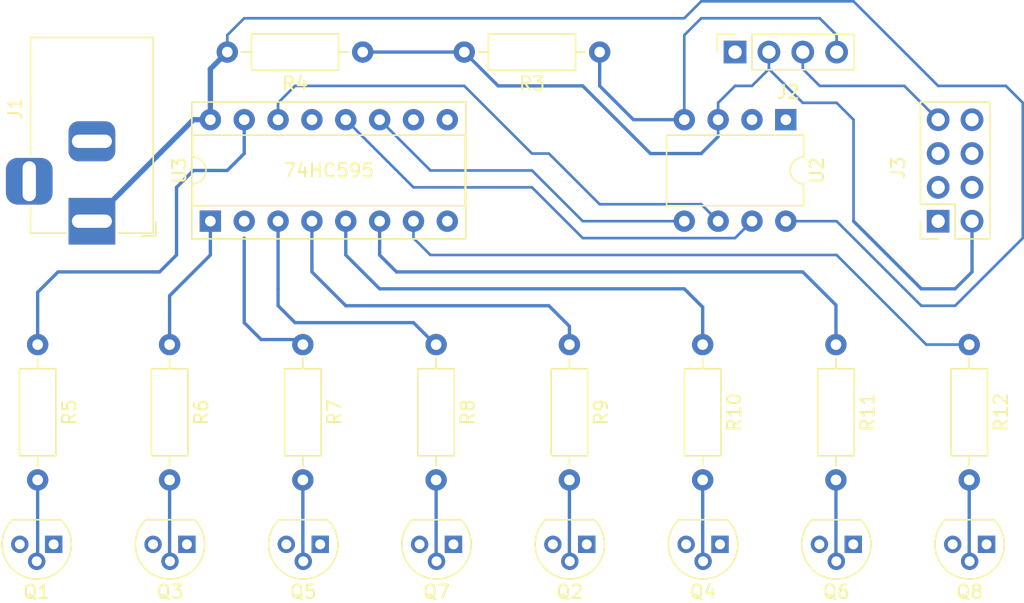
<source format=kicad_pcb>
(kicad_pcb (version 20171130) (host pcbnew "(5.1.6)-1")

  (general
    (thickness 1.6)
    (drawings 3)
    (tracks 129)
    (zones 0)
    (modules 23)
    (nets 26)
  )

  (page A4)
  (layers
    (0 F.Cu signal)
    (31 B.Cu signal)
    (32 B.Adhes user)
    (33 F.Adhes user)
    (34 B.Paste user)
    (35 F.Paste user)
    (36 B.SilkS user)
    (37 F.SilkS user)
    (38 B.Mask user)
    (39 F.Mask user)
    (40 Dwgs.User user)
    (41 Cmts.User user)
    (42 Eco1.User user)
    (43 Eco2.User user)
    (44 Edge.Cuts user)
    (45 Margin user)
    (46 B.CrtYd user hide)
    (47 F.CrtYd user)
    (48 B.Fab user)
    (49 F.Fab user hide)
  )

  (setup
    (last_trace_width 0.2)
    (user_trace_width 0.2)
    (user_trace_width 0.4)
    (user_trace_width 1.8)
    (trace_clearance 0.2)
    (zone_clearance 0.508)
    (zone_45_only no)
    (trace_min 0.2)
    (via_size 0.8)
    (via_drill 0.4)
    (via_min_size 0.4)
    (via_min_drill 0.3)
    (uvia_size 0.3)
    (uvia_drill 0.1)
    (uvias_allowed no)
    (uvia_min_size 0.2)
    (uvia_min_drill 0.1)
    (edge_width 0.05)
    (segment_width 0.2)
    (pcb_text_width 0.3)
    (pcb_text_size 1.5 1.5)
    (mod_edge_width 0.12)
    (mod_text_size 1 1)
    (mod_text_width 0.15)
    (pad_size 1.7 1.7)
    (pad_drill 1)
    (pad_to_mask_clearance 0)
    (aux_axis_origin 0 0)
    (visible_elements 7FFFFFFF)
    (pcbplotparams
      (layerselection 0x010fc_ffffffff)
      (usegerberextensions false)
      (usegerberattributes true)
      (usegerberadvancedattributes true)
      (creategerberjobfile true)
      (excludeedgelayer true)
      (linewidth 0.100000)
      (plotframeref false)
      (viasonmask false)
      (mode 1)
      (useauxorigin false)
      (hpglpennumber 1)
      (hpglpenspeed 20)
      (hpglpendiameter 15.000000)
      (psnegative false)
      (psa4output false)
      (plotreference true)
      (plotvalue true)
      (plotinvisibletext false)
      (padsonsilk false)
      (subtractmaskfromsilk false)
      (outputformat 1)
      (mirror false)
      (drillshape 1)
      (scaleselection 1)
      (outputdirectory ""))
  )

  (net 0 "")
  (net 1 GND)
  (net 2 /Q1)
  (net 3 /Q2)
  (net 4 /Q3)
  (net 5 /Q4)
  (net 6 /Q5)
  (net 7 /Q6)
  (net 8 /Q7)
  (net 9 /Q8)
  (net 10 "Net-(R5-Pad1)")
  (net 11 "Net-(R6-Pad1)")
  (net 12 "Net-(R7-Pad1)")
  (net 13 "Net-(R8-Pad1)")
  (net 14 "Net-(R10-Pad1)")
  (net 15 /+3.3V)
  (net 16 /+5V)
  (net 17 /RX)
  (net 18 /TX)
  (net 19 /EN)
  (net 20 "Net-(R9-Pad1)")
  (net 21 "Net-(R11-Pad1)")
  (net 22 "Net-(R12-Pad1)")
  (net 23 "Net-(U2-Pad7)")
  (net 24 "Net-(U2-Pad6)")
  (net 25 "Net-(U2-Pad5)")

  (net_class Default "This is the default net class."
    (clearance 0.2)
    (trace_width 0.25)
    (via_dia 0.8)
    (via_drill 0.4)
    (uvia_dia 0.3)
    (uvia_drill 0.1)
    (add_net /+3.3V)
    (add_net /+5V)
    (add_net /EN)
    (add_net /K1)
    (add_net /K2)
    (add_net /K3)
    (add_net /K4)
    (add_net /K5)
    (add_net /K6)
    (add_net /K7)
    (add_net /K8)
    (add_net /Q1)
    (add_net /Q2)
    (add_net /Q3)
    (add_net /Q4)
    (add_net /Q5)
    (add_net /Q6)
    (add_net /Q7)
    (add_net /Q8)
    (add_net /RX)
    (add_net /S1)
    (add_net /S2)
    (add_net /S3)
    (add_net /S4)
    (add_net /S5)
    (add_net /S6)
    (add_net /S8)
    (add_net /S9)
    (add_net /TX)
    (add_net GND)
    (add_net "Net-(J3-Pad3)")
    (add_net "Net-(J3-Pad5)")
    (add_net "Net-(J3-Pad6)")
    (add_net "Net-(R10-Pad1)")
    (add_net "Net-(R11-Pad1)")
    (add_net "Net-(R12-Pad1)")
    (add_net "Net-(R5-Pad1)")
    (add_net "Net-(R6-Pad1)")
    (add_net "Net-(R7-Pad1)")
    (add_net "Net-(R8-Pad1)")
    (add_net "Net-(R9-Pad1)")
    (add_net "Net-(U2-Pad1)")
    (add_net "Net-(U2-Pad2)")
    (add_net "Net-(U2-Pad3)")
    (add_net "Net-(U2-Pad4)")
    (add_net "Net-(U2-Pad5)")
    (add_net "Net-(U2-Pad6)")
    (add_net "Net-(U2-Pad7)")
    (add_net "Net-(U2-Pad8)")
    (add_net "Net-(U3-Pad9)")
  )

  (module Package_DIP:DIP-8_W7.62mm (layer F.Cu) (tedit 5A02E8C5) (tstamp 6108FB9E)
    (at 167.64 57.15 270)
    (descr "8-lead though-hole mounted DIP package, row spacing 7.62 mm (300 mils)")
    (tags "THT DIP DIL PDIP 2.54mm 7.62mm 300mil")
    (path /6108B092)
    (fp_text reference U2 (at 3.81 -2.33 270) (layer F.SilkS)
      (effects (font (size 1 1) (thickness 0.15)))
    )
    (fp_text value ATtiny85-20PU (at 3.81 9.95 270) (layer F.Fab)
      (effects (font (size 1 1) (thickness 0.15)))
    )
    (fp_text user %R (at 3.81 3.81 270) (layer F.Fab)
      (effects (font (size 1 1) (thickness 0.15)))
    )
    (fp_arc (start 3.81 -1.33) (end 2.81 -1.33) (angle -180) (layer F.SilkS) (width 0.12))
    (fp_line (start 1.635 -1.27) (end 6.985 -1.27) (layer F.Fab) (width 0.1))
    (fp_line (start 6.985 -1.27) (end 6.985 8.89) (layer F.Fab) (width 0.1))
    (fp_line (start 6.985 8.89) (end 0.635 8.89) (layer F.Fab) (width 0.1))
    (fp_line (start 0.635 8.89) (end 0.635 -0.27) (layer F.Fab) (width 0.1))
    (fp_line (start 0.635 -0.27) (end 1.635 -1.27) (layer F.Fab) (width 0.1))
    (fp_line (start 2.81 -1.33) (end 1.16 -1.33) (layer F.SilkS) (width 0.12))
    (fp_line (start 1.16 -1.33) (end 1.16 8.95) (layer F.SilkS) (width 0.12))
    (fp_line (start 1.16 8.95) (end 6.46 8.95) (layer F.SilkS) (width 0.12))
    (fp_line (start 6.46 8.95) (end 6.46 -1.33) (layer F.SilkS) (width 0.12))
    (fp_line (start 6.46 -1.33) (end 4.81 -1.33) (layer F.SilkS) (width 0.12))
    (fp_line (start -1.1 -1.55) (end -1.1 9.15) (layer F.CrtYd) (width 0.05))
    (fp_line (start -1.1 9.15) (end 8.7 9.15) (layer F.CrtYd) (width 0.05))
    (fp_line (start 8.7 9.15) (end 8.7 -1.55) (layer F.CrtYd) (width 0.05))
    (fp_line (start 8.7 -1.55) (end -1.1 -1.55) (layer F.CrtYd) (width 0.05))
    (pad 8 thru_hole oval (at 7.62 0 270) (size 1.6 1.6) (drill 0.8) (layers *.Cu *.Mask)
      (net 16 /+5V))
    (pad 4 thru_hole oval (at 0 7.62 270) (size 1.6 1.6) (drill 0.8) (layers *.Cu *.Mask)
      (net 1 GND))
    (pad 7 thru_hole oval (at 7.62 2.54 270) (size 1.6 1.6) (drill 0.8) (layers *.Cu *.Mask)
      (net 23 "Net-(U2-Pad7)"))
    (pad 3 thru_hole oval (at 0 5.08 270) (size 1.6 1.6) (drill 0.8) (layers *.Cu *.Mask)
      (net 18 /TX))
    (pad 6 thru_hole oval (at 7.62 5.08 270) (size 1.6 1.6) (drill 0.8) (layers *.Cu *.Mask)
      (net 24 "Net-(U2-Pad6)"))
    (pad 2 thru_hole oval (at 0 2.54 270) (size 1.6 1.6) (drill 0.8) (layers *.Cu *.Mask)
      (net 17 /RX))
    (pad 5 thru_hole oval (at 7.62 7.62 270) (size 1.6 1.6) (drill 0.8) (layers *.Cu *.Mask)
      (net 25 "Net-(U2-Pad5)"))
    (pad 1 thru_hole rect (at 0 0 270) (size 1.6 1.6) (drill 0.8) (layers *.Cu *.Mask)
      (net 19 /EN))
    (model ${KISYS3DMOD}/Package_DIP.3dshapes/DIP-8_W7.62mm.wrl
      (at (xyz 0 0 0))
      (scale (xyz 1 1 1))
      (rotate (xyz 0 0 0))
    )
  )

  (module Resistor_THT:R_Axial_DIN0207_L6.3mm_D2.5mm_P10.16mm_Horizontal (layer F.Cu) (tedit 5AE5139B) (tstamp 61082AF3)
    (at 135.89 52.07 180)
    (descr "Resistor, Axial_DIN0207 series, Axial, Horizontal, pin pitch=10.16mm, 0.25W = 1/4W, length*diameter=6.3*2.5mm^2, http://cdn-reichelt.de/documents/datenblatt/B400/1_4W%23YAG.pdf")
    (tags "Resistor Axial_DIN0207 series Axial Horizontal pin pitch 10.16mm 0.25W = 1/4W length 6.3mm diameter 2.5mm")
    (path /60C3C43D)
    (fp_text reference R4 (at 5.08 -2.37 180) (layer F.SilkS)
      (effects (font (size 1 1) (thickness 0.15)))
    )
    (fp_text value 1k (at 5.08 2.37 180) (layer F.Fab)
      (effects (font (size 1 1) (thickness 0.15)))
    )
    (fp_line (start 11.21 -1.5) (end -1.05 -1.5) (layer F.CrtYd) (width 0.05))
    (fp_line (start 11.21 1.5) (end 11.21 -1.5) (layer F.CrtYd) (width 0.05))
    (fp_line (start -1.05 1.5) (end 11.21 1.5) (layer F.CrtYd) (width 0.05))
    (fp_line (start -1.05 -1.5) (end -1.05 1.5) (layer F.CrtYd) (width 0.05))
    (fp_line (start 9.12 0) (end 8.35 0) (layer F.SilkS) (width 0.12))
    (fp_line (start 1.04 0) (end 1.81 0) (layer F.SilkS) (width 0.12))
    (fp_line (start 8.35 -1.37) (end 1.81 -1.37) (layer F.SilkS) (width 0.12))
    (fp_line (start 8.35 1.37) (end 8.35 -1.37) (layer F.SilkS) (width 0.12))
    (fp_line (start 1.81 1.37) (end 8.35 1.37) (layer F.SilkS) (width 0.12))
    (fp_line (start 1.81 -1.37) (end 1.81 1.37) (layer F.SilkS) (width 0.12))
    (fp_line (start 10.16 0) (end 8.23 0) (layer F.Fab) (width 0.1))
    (fp_line (start 0 0) (end 1.93 0) (layer F.Fab) (width 0.1))
    (fp_line (start 8.23 -1.25) (end 1.93 -1.25) (layer F.Fab) (width 0.1))
    (fp_line (start 8.23 1.25) (end 8.23 -1.25) (layer F.Fab) (width 0.1))
    (fp_line (start 1.93 1.25) (end 8.23 1.25) (layer F.Fab) (width 0.1))
    (fp_line (start 1.93 -1.25) (end 1.93 1.25) (layer F.Fab) (width 0.1))
    (fp_text user %R (at 5.08 0 180) (layer F.Fab)
      (effects (font (size 1 1) (thickness 0.15)))
    )
    (pad 2 thru_hole oval (at 10.16 0 180) (size 1.6 1.6) (drill 0.8) (layers *.Cu *.Mask)
      (net 16 /+5V))
    (pad 1 thru_hole circle (at 0 0 180) (size 1.6 1.6) (drill 0.8) (layers *.Cu *.Mask)
      (net 18 /TX))
    (model ${KISYS3DMOD}/Resistor_THT.3dshapes/R_Axial_DIN0207_L6.3mm_D2.5mm_P10.16mm_Horizontal.wrl
      (at (xyz 0 0 0))
      (scale (xyz 1 1 1))
      (rotate (xyz 0 0 0))
    )
  )

  (module Resistor_THT:R_Axial_DIN0207_L6.3mm_D2.5mm_P10.16mm_Horizontal (layer F.Cu) (tedit 5AE5139B) (tstamp 61082ADC)
    (at 153.67 52.07 180)
    (descr "Resistor, Axial_DIN0207 series, Axial, Horizontal, pin pitch=10.16mm, 0.25W = 1/4W, length*diameter=6.3*2.5mm^2, http://cdn-reichelt.de/documents/datenblatt/B400/1_4W%23YAG.pdf")
    (tags "Resistor Axial_DIN0207 series Axial Horizontal pin pitch 10.16mm 0.25W = 1/4W length 6.3mm diameter 2.5mm")
    (path /60C3BFFB)
    (fp_text reference R3 (at 5.08 -2.37 180) (layer F.SilkS)
      (effects (font (size 1 1) (thickness 0.15)))
    )
    (fp_text value 2k (at 5.08 2.37 180) (layer F.Fab)
      (effects (font (size 1 1) (thickness 0.15)))
    )
    (fp_line (start 11.21 -1.5) (end -1.05 -1.5) (layer F.CrtYd) (width 0.05))
    (fp_line (start 11.21 1.5) (end 11.21 -1.5) (layer F.CrtYd) (width 0.05))
    (fp_line (start -1.05 1.5) (end 11.21 1.5) (layer F.CrtYd) (width 0.05))
    (fp_line (start -1.05 -1.5) (end -1.05 1.5) (layer F.CrtYd) (width 0.05))
    (fp_line (start 9.12 0) (end 8.35 0) (layer F.SilkS) (width 0.12))
    (fp_line (start 1.04 0) (end 1.81 0) (layer F.SilkS) (width 0.12))
    (fp_line (start 8.35 -1.37) (end 1.81 -1.37) (layer F.SilkS) (width 0.12))
    (fp_line (start 8.35 1.37) (end 8.35 -1.37) (layer F.SilkS) (width 0.12))
    (fp_line (start 1.81 1.37) (end 8.35 1.37) (layer F.SilkS) (width 0.12))
    (fp_line (start 1.81 -1.37) (end 1.81 1.37) (layer F.SilkS) (width 0.12))
    (fp_line (start 10.16 0) (end 8.23 0) (layer F.Fab) (width 0.1))
    (fp_line (start 0 0) (end 1.93 0) (layer F.Fab) (width 0.1))
    (fp_line (start 8.23 -1.25) (end 1.93 -1.25) (layer F.Fab) (width 0.1))
    (fp_line (start 8.23 1.25) (end 8.23 -1.25) (layer F.Fab) (width 0.1))
    (fp_line (start 1.93 1.25) (end 8.23 1.25) (layer F.Fab) (width 0.1))
    (fp_line (start 1.93 -1.25) (end 1.93 1.25) (layer F.Fab) (width 0.1))
    (fp_text user %R (at 5.08 0 180) (layer F.Fab)
      (effects (font (size 1 1) (thickness 0.15)))
    )
    (pad 2 thru_hole oval (at 10.16 0 180) (size 1.6 1.6) (drill 0.8) (layers *.Cu *.Mask)
      (net 18 /TX))
    (pad 1 thru_hole circle (at 0 0 180) (size 1.6 1.6) (drill 0.8) (layers *.Cu *.Mask)
      (net 1 GND))
    (model ${KISYS3DMOD}/Resistor_THT.3dshapes/R_Axial_DIN0207_L6.3mm_D2.5mm_P10.16mm_Horizontal.wrl
      (at (xyz 0 0 0))
      (scale (xyz 1 1 1))
      (rotate (xyz 0 0 0))
    )
  )

  (module Connector_BarrelJack:BarrelJack_Horizontal (layer F.Cu) (tedit 5A1DBF6A) (tstamp 6108294D)
    (at 115.57 64.77 270)
    (descr "DC Barrel Jack")
    (tags "Power Jack")
    (path /6113E882)
    (fp_text reference J1 (at -8.45 5.75 270) (layer F.SilkS)
      (effects (font (size 1 1) (thickness 0.15)))
    )
    (fp_text value Jack-DC (at -6.2 -5.5 270) (layer F.Fab)
      (effects (font (size 1 1) (thickness 0.15)))
    )
    (fp_line (start 0 -4.5) (end -13.7 -4.5) (layer F.Fab) (width 0.1))
    (fp_line (start 0.8 4.5) (end 0.8 -3.75) (layer F.Fab) (width 0.1))
    (fp_line (start -13.7 4.5) (end 0.8 4.5) (layer F.Fab) (width 0.1))
    (fp_line (start -13.7 -4.5) (end -13.7 4.5) (layer F.Fab) (width 0.1))
    (fp_line (start -10.2 -4.5) (end -10.2 4.5) (layer F.Fab) (width 0.1))
    (fp_line (start 0.9 -4.6) (end 0.9 -2) (layer F.SilkS) (width 0.12))
    (fp_line (start -13.8 -4.6) (end 0.9 -4.6) (layer F.SilkS) (width 0.12))
    (fp_line (start 0.9 4.6) (end -1 4.6) (layer F.SilkS) (width 0.12))
    (fp_line (start 0.9 1.9) (end 0.9 4.6) (layer F.SilkS) (width 0.12))
    (fp_line (start -13.8 4.6) (end -13.8 -4.6) (layer F.SilkS) (width 0.12))
    (fp_line (start -5 4.6) (end -13.8 4.6) (layer F.SilkS) (width 0.12))
    (fp_line (start -14 4.75) (end -14 -4.75) (layer F.CrtYd) (width 0.05))
    (fp_line (start -5 4.75) (end -14 4.75) (layer F.CrtYd) (width 0.05))
    (fp_line (start -5 6.75) (end -5 4.75) (layer F.CrtYd) (width 0.05))
    (fp_line (start -1 6.75) (end -5 6.75) (layer F.CrtYd) (width 0.05))
    (fp_line (start -1 4.75) (end -1 6.75) (layer F.CrtYd) (width 0.05))
    (fp_line (start 1 4.75) (end -1 4.75) (layer F.CrtYd) (width 0.05))
    (fp_line (start 1 2) (end 1 4.75) (layer F.CrtYd) (width 0.05))
    (fp_line (start 2 2) (end 1 2) (layer F.CrtYd) (width 0.05))
    (fp_line (start 2 -2) (end 2 2) (layer F.CrtYd) (width 0.05))
    (fp_line (start 1 -2) (end 2 -2) (layer F.CrtYd) (width 0.05))
    (fp_line (start 1 -4.5) (end 1 -2) (layer F.CrtYd) (width 0.05))
    (fp_line (start 1 -4.75) (end -14 -4.75) (layer F.CrtYd) (width 0.05))
    (fp_line (start 1 -4.5) (end 1 -4.75) (layer F.CrtYd) (width 0.05))
    (fp_line (start 0.05 -4.8) (end 1.1 -4.8) (layer F.SilkS) (width 0.12))
    (fp_line (start 1.1 -3.75) (end 1.1 -4.8) (layer F.SilkS) (width 0.12))
    (fp_line (start -0.003213 -4.505425) (end 0.8 -3.75) (layer F.Fab) (width 0.1))
    (fp_text user %R (at -3 -2.95 270) (layer F.Fab)
      (effects (font (size 1 1) (thickness 0.15)))
    )
    (pad 3 thru_hole roundrect (at -3 4.7 270) (size 3.5 3.5) (drill oval 3 1) (layers *.Cu *.Mask) (roundrect_rratio 0.25))
    (pad 2 thru_hole roundrect (at -6 0 270) (size 3 3.5) (drill oval 1 3) (layers *.Cu *.Mask) (roundrect_rratio 0.25)
      (net 1 GND))
    (pad 1 thru_hole rect (at 0 0 270) (size 3.5 3.5) (drill oval 1 3) (layers *.Cu *.Mask)
      (net 16 /+5V))
    (model ${KISYS3DMOD}/Connector_BarrelJack.3dshapes/BarrelJack_Horizontal.wrl
      (at (xyz 0 0 0))
      (scale (xyz 1 1 1))
      (rotate (xyz 0 0 0))
    )
  )

  (module Connector_PinSocket_2.54mm:PinSocket_2x04_P2.54mm_Vertical (layer F.Cu) (tedit 606604C3) (tstamp 60649CC2)
    (at 179.07 64.77 180)
    (descr "Through hole straight socket strip, 2x04, 2.54mm pitch, double cols (from Kicad 4.0.7), script generated")
    (tags "Through hole socket strip THT 2x04 2.54mm double row")
    (path /607716B1)
    (fp_text reference J3 (at 3 4 90) (layer F.SilkS)
      (effects (font (size 1 1) (thickness 0.15)))
    )
    (fp_text value ESP01 (at -1.27 10.39) (layer F.Fab)
      (effects (font (size 1 1) (thickness 0.15)))
    )
    (fp_line (start -3.81 -1.27) (end 0.27 -1.27) (layer F.Fab) (width 0.1))
    (fp_line (start 0.27 -1.27) (end 1.27 -0.27) (layer F.Fab) (width 0.1))
    (fp_line (start 1.27 -0.27) (end 1.27 8.89) (layer F.Fab) (width 0.1))
    (fp_line (start 1.27 8.89) (end -3.81 8.89) (layer F.Fab) (width 0.1))
    (fp_line (start -3.81 8.89) (end -3.81 -1.27) (layer F.Fab) (width 0.1))
    (fp_line (start -3.87 -1.33) (end -1.27 -1.33) (layer F.SilkS) (width 0.12))
    (fp_line (start -3.87 -1.33) (end -3.87 8.95) (layer F.SilkS) (width 0.12))
    (fp_line (start -3.87 8.95) (end 1.33 8.95) (layer F.SilkS) (width 0.12))
    (fp_line (start 1.33 1.27) (end 1.33 8.95) (layer F.SilkS) (width 0.12))
    (fp_line (start -1.27 1.27) (end 1.33 1.27) (layer F.SilkS) (width 0.12))
    (fp_line (start -1.27 -1.33) (end -1.27 1.27) (layer F.SilkS) (width 0.12))
    (fp_line (start 1.33 -1.33) (end 1.33 0) (layer F.SilkS) (width 0.12))
    (fp_line (start 0 -1.33) (end 1.33 -1.33) (layer F.SilkS) (width 0.12))
    (fp_line (start -4.34 -1.8) (end 1.76 -1.8) (layer F.CrtYd) (width 0.05))
    (fp_line (start 1.76 -1.8) (end 1.76 9.4) (layer F.CrtYd) (width 0.05))
    (fp_line (start 1.76 9.4) (end -4.34 9.4) (layer F.CrtYd) (width 0.05))
    (fp_line (start -4.34 9.4) (end -4.34 -1.8) (layer F.CrtYd) (width 0.05))
    (fp_text user %R (at -1.27 3.81 -90) (layer F.Fab)
      (effects (font (size 1 1) (thickness 0.15)))
    )
    (pad 8 thru_hole oval (at -2.54 7.62 180) (size 1.7 1.7) (drill 1) (layers *.Cu *.Mask)
      (net 15 /+3.3V))
    (pad 7 thru_hole oval (at 0 7.62 180) (size 1.7 1.7) (drill 1) (layers *.Cu *.Mask)
      (net 17 /RX))
    (pad 6 thru_hole oval (at -2.54 5.08 180) (size 1.7 1.7) (drill 1) (layers *.Cu *.Mask))
    (pad 5 thru_hole oval (at 0 5.08 180) (size 1.7 1.7) (drill 1) (layers *.Cu *.Mask))
    (pad 4 thru_hole oval (at -2.54 2.54 180) (size 1.7 1.7) (drill 1) (layers *.Cu *.Mask)
      (net 19 /EN))
    (pad 3 thru_hole oval (at 0 2.54 180) (size 1.7 1.7) (drill 1) (layers *.Cu *.Mask))
    (pad 2 thru_hole oval (at -2.54 0 180) (size 1.7 1.7) (drill 1) (layers *.Cu *.Mask)
      (net 18 /TX))
    (pad 1 thru_hole rect (at 0 0 180) (size 1.7 1.7) (drill 1) (layers *.Cu *.Mask)
      (net 1 GND))
    (model ${KISYS3DMOD}/Connector_PinSocket_2.54mm.3dshapes/PinSocket_2x04_P2.54mm_Vertical.wrl
      (at (xyz 0 0 0))
      (scale (xyz 1 1 1))
      (rotate (xyz 0 0 0))
    )
  )

  (module Package_DIP:DIP-16_W7.62mm_Socket (layer F.Cu) (tedit 5A02E8C5) (tstamp 6062A03A)
    (at 124.46 64.77 90)
    (descr "16-lead though-hole mounted DIP package, row spacing 7.62 mm (300 mils), Socket")
    (tags "THT DIP DIL PDIP 2.54mm 7.62mm 300mil Socket")
    (path /601F13DC)
    (fp_text reference U3 (at 3.81 -2.33 90) (layer F.SilkS)
      (effects (font (size 1 1) (thickness 0.15)))
    )
    (fp_text value 74HC595 (at 3.81 20.11 90) (layer F.Fab)
      (effects (font (size 1 1) (thickness 0.15)))
    )
    (fp_line (start 9.15 -1.6) (end -1.55 -1.6) (layer F.CrtYd) (width 0.05))
    (fp_line (start 9.15 19.4) (end 9.15 -1.6) (layer F.CrtYd) (width 0.05))
    (fp_line (start -1.55 19.4) (end 9.15 19.4) (layer F.CrtYd) (width 0.05))
    (fp_line (start -1.55 -1.6) (end -1.55 19.4) (layer F.CrtYd) (width 0.05))
    (fp_line (start 8.95 -1.39) (end -1.33 -1.39) (layer F.SilkS) (width 0.12))
    (fp_line (start 8.95 19.17) (end 8.95 -1.39) (layer F.SilkS) (width 0.12))
    (fp_line (start -1.33 19.17) (end 8.95 19.17) (layer F.SilkS) (width 0.12))
    (fp_line (start -1.33 -1.39) (end -1.33 19.17) (layer F.SilkS) (width 0.12))
    (fp_line (start 6.46 -1.33) (end 4.81 -1.33) (layer F.SilkS) (width 0.12))
    (fp_line (start 6.46 19.11) (end 6.46 -1.33) (layer F.SilkS) (width 0.12))
    (fp_line (start 1.16 19.11) (end 6.46 19.11) (layer F.SilkS) (width 0.12))
    (fp_line (start 1.16 -1.33) (end 1.16 19.11) (layer F.SilkS) (width 0.12))
    (fp_line (start 2.81 -1.33) (end 1.16 -1.33) (layer F.SilkS) (width 0.12))
    (fp_line (start 8.89 -1.33) (end -1.27 -1.33) (layer F.Fab) (width 0.1))
    (fp_line (start 8.89 19.11) (end 8.89 -1.33) (layer F.Fab) (width 0.1))
    (fp_line (start -1.27 19.11) (end 8.89 19.11) (layer F.Fab) (width 0.1))
    (fp_line (start -1.27 -1.33) (end -1.27 19.11) (layer F.Fab) (width 0.1))
    (fp_line (start 0.635 -0.27) (end 1.635 -1.27) (layer F.Fab) (width 0.1))
    (fp_line (start 0.635 19.05) (end 0.635 -0.27) (layer F.Fab) (width 0.1))
    (fp_line (start 6.985 19.05) (end 0.635 19.05) (layer F.Fab) (width 0.1))
    (fp_line (start 6.985 -1.27) (end 6.985 19.05) (layer F.Fab) (width 0.1))
    (fp_line (start 1.635 -1.27) (end 6.985 -1.27) (layer F.Fab) (width 0.1))
    (fp_text user %R (at 3.81 8.89 90) (layer F.Fab)
      (effects (font (size 1 1) (thickness 0.15)))
    )
    (fp_arc (start 3.81 -1.33) (end 2.81 -1.33) (angle -180) (layer F.SilkS) (width 0.12))
    (pad 16 thru_hole oval (at 7.62 0 90) (size 1.6 1.6) (drill 0.8) (layers *.Cu *.Mask)
      (net 16 /+5V))
    (pad 8 thru_hole oval (at 0 17.78 90) (size 1.6 1.6) (drill 0.8) (layers *.Cu *.Mask)
      (net 1 GND))
    (pad 15 thru_hole oval (at 7.62 2.54 90) (size 1.6 1.6) (drill 0.8) (layers *.Cu *.Mask)
      (net 10 "Net-(R5-Pad1)"))
    (pad 7 thru_hole oval (at 0 15.24 90) (size 1.6 1.6) (drill 0.8) (layers *.Cu *.Mask)
      (net 22 "Net-(R12-Pad1)"))
    (pad 14 thru_hole oval (at 7.62 5.08 90) (size 1.6 1.6) (drill 0.8) (layers *.Cu *.Mask)
      (net 24 "Net-(U2-Pad6)"))
    (pad 6 thru_hole oval (at 0 12.7 90) (size 1.6 1.6) (drill 0.8) (layers *.Cu *.Mask)
      (net 21 "Net-(R11-Pad1)"))
    (pad 13 thru_hole oval (at 7.62 7.62 90) (size 1.6 1.6) (drill 0.8) (layers *.Cu *.Mask)
      (net 1 GND))
    (pad 5 thru_hole oval (at 0 10.16 90) (size 1.6 1.6) (drill 0.8) (layers *.Cu *.Mask)
      (net 14 "Net-(R10-Pad1)"))
    (pad 12 thru_hole oval (at 7.62 10.16 90) (size 1.6 1.6) (drill 0.8) (layers *.Cu *.Mask)
      (net 23 "Net-(U2-Pad7)"))
    (pad 4 thru_hole oval (at 0 7.62 90) (size 1.6 1.6) (drill 0.8) (layers *.Cu *.Mask)
      (net 20 "Net-(R9-Pad1)"))
    (pad 11 thru_hole oval (at 7.62 12.7 90) (size 1.6 1.6) (drill 0.8) (layers *.Cu *.Mask)
      (net 25 "Net-(U2-Pad5)"))
    (pad 3 thru_hole oval (at 0 5.08 90) (size 1.6 1.6) (drill 0.8) (layers *.Cu *.Mask)
      (net 13 "Net-(R8-Pad1)"))
    (pad 10 thru_hole oval (at 7.62 15.24 90) (size 1.6 1.6) (drill 0.8) (layers *.Cu *.Mask)
      (net 16 /+5V))
    (pad 2 thru_hole oval (at 0 2.54 90) (size 1.6 1.6) (drill 0.8) (layers *.Cu *.Mask)
      (net 12 "Net-(R7-Pad1)"))
    (pad 9 thru_hole oval (at 7.62 17.78 90) (size 1.6 1.6) (drill 0.8) (layers *.Cu *.Mask))
    (pad 1 thru_hole rect (at 0 0 90) (size 1.6 1.6) (drill 0.8) (layers *.Cu *.Mask)
      (net 11 "Net-(R6-Pad1)"))
    (model ${KISYS3DMOD}/Package_DIP.3dshapes/DIP-16_W7.62mm_Socket.wrl
      (at (xyz 0 0 0))
      (scale (xyz 1 1 1))
      (rotate (xyz 0 0 0))
    )
  )

  (module Connector_PinSocket_2.54mm:PinSocket_1x04_P2.54mm_Vertical (layer F.Cu) (tedit 5A19A429) (tstamp 60649C8D)
    (at 163.83 52.07 90)
    (descr "Through hole straight socket strip, 1x04, 2.54mm pitch, single row (from Kicad 4.0.7), script generated")
    (tags "Through hole socket strip THT 1x04 2.54mm single row")
    (path /607CD9BA)
    (fp_text reference J2 (at -3 4 180) (layer F.SilkS)
      (effects (font (size 1 1) (thickness 0.15)))
    )
    (fp_text value "RF " (at 0 10.39 90) (layer F.Fab)
      (effects (font (size 1 1) (thickness 0.15)))
    )
    (fp_line (start -1.27 -1.27) (end 0.635 -1.27) (layer F.Fab) (width 0.1))
    (fp_line (start 0.635 -1.27) (end 1.27 -0.635) (layer F.Fab) (width 0.1))
    (fp_line (start 1.27 -0.635) (end 1.27 8.89) (layer F.Fab) (width 0.1))
    (fp_line (start 1.27 8.89) (end -1.27 8.89) (layer F.Fab) (width 0.1))
    (fp_line (start -1.27 8.89) (end -1.27 -1.27) (layer F.Fab) (width 0.1))
    (fp_line (start -1.33 1.27) (end 1.33 1.27) (layer F.SilkS) (width 0.12))
    (fp_line (start -1.33 1.27) (end -1.33 8.95) (layer F.SilkS) (width 0.12))
    (fp_line (start -1.33 8.95) (end 1.33 8.95) (layer F.SilkS) (width 0.12))
    (fp_line (start 1.33 1.27) (end 1.33 8.95) (layer F.SilkS) (width 0.12))
    (fp_line (start 1.33 -1.33) (end 1.33 0) (layer F.SilkS) (width 0.12))
    (fp_line (start 0 -1.33) (end 1.33 -1.33) (layer F.SilkS) (width 0.12))
    (fp_line (start -1.8 -1.8) (end 1.75 -1.8) (layer F.CrtYd) (width 0.05))
    (fp_line (start 1.75 -1.8) (end 1.75 9.4) (layer F.CrtYd) (width 0.05))
    (fp_line (start 1.75 9.4) (end -1.8 9.4) (layer F.CrtYd) (width 0.05))
    (fp_line (start -1.8 9.4) (end -1.8 -1.8) (layer F.CrtYd) (width 0.05))
    (fp_text user %R (at 0 3.81) (layer F.Fab)
      (effects (font (size 1 1) (thickness 0.15)))
    )
    (pad 4 thru_hole oval (at 0 7.62 90) (size 1.7 1.7) (drill 1) (layers *.Cu *.Mask)
      (net 1 GND))
    (pad 3 thru_hole oval (at 0 5.08 90) (size 1.7 1.7) (drill 1) (layers *.Cu *.Mask)
      (net 17 /RX))
    (pad 2 thru_hole oval (at 0 2.54 90) (size 1.7 1.7) (drill 1) (layers *.Cu *.Mask)
      (net 18 /TX))
    (pad 1 thru_hole rect (at 0 0 90) (size 1.7 1.7) (drill 1) (layers *.Cu *.Mask)
      (net 15 /+3.3V))
    (model ${KISYS3DMOD}/Connector_PinSocket_2.54mm.3dshapes/PinSocket_1x04_P2.54mm_Vertical.wrl
      (at (xyz 0 0 0))
      (scale (xyz 1 1 1))
      (rotate (xyz 0 0 0))
    )
  )

  (module Package_TO_SOT_THT:TO-92 (layer F.Cu) (tedit 5A279852) (tstamp 60626E0F)
    (at 182.7 89.04 180)
    (descr "TO-92 leads molded, narrow, drill 0.75mm (see NXP sot054_po.pdf)")
    (tags "to-92 sc-43 sc-43a sot54 PA33 transistor")
    (path /601F63AE)
    (fp_text reference Q8 (at 1.27 -3.56) (layer F.SilkS)
      (effects (font (size 1 1) (thickness 0.15)))
    )
    (fp_text value 2N2219 (at 1.27 2.79) (layer F.Fab)
      (effects (font (size 1 1) (thickness 0.15)))
    )
    (fp_line (start -0.53 1.85) (end 3.07 1.85) (layer F.SilkS) (width 0.12))
    (fp_line (start -0.5 1.75) (end 3 1.75) (layer F.Fab) (width 0.1))
    (fp_line (start -1.46 -2.73) (end 4 -2.73) (layer F.CrtYd) (width 0.05))
    (fp_line (start -1.46 -2.73) (end -1.46 2.01) (layer F.CrtYd) (width 0.05))
    (fp_line (start 4 2.01) (end 4 -2.73) (layer F.CrtYd) (width 0.05))
    (fp_line (start 4 2.01) (end -1.46 2.01) (layer F.CrtYd) (width 0.05))
    (fp_arc (start 1.27 0) (end 1.27 -2.6) (angle 135) (layer F.SilkS) (width 0.12))
    (fp_arc (start 1.27 0) (end 1.27 -2.48) (angle -135) (layer F.Fab) (width 0.1))
    (fp_arc (start 1.27 0) (end 1.27 -2.6) (angle -135) (layer F.SilkS) (width 0.12))
    (fp_arc (start 1.27 0) (end 1.27 -2.48) (angle 135) (layer F.Fab) (width 0.1))
    (fp_text user %R (at 1.27 0) (layer F.Fab)
      (effects (font (size 1 1) (thickness 0.15)))
    )
    (pad 1 thru_hole rect (at 0 0 180) (size 1.3 1.3) (drill 0.75) (layers *.Cu *.Mask))
    (pad 3 thru_hole circle (at 2.54 0 180) (size 1.3 1.3) (drill 0.75) (layers *.Cu *.Mask))
    (pad 2 thru_hole circle (at 1.27 -1.27 180) (size 1.3 1.3) (drill 0.75) (layers *.Cu *.Mask)
      (net 9 /Q8))
    (model ${KISYS3DMOD}/Package_TO_SOT_THT.3dshapes/TO-92.wrl
      (at (xyz 0 0 0))
      (scale (xyz 1 1 1))
      (rotate (xyz 0 0 0))
    )
  )

  (module Package_TO_SOT_THT:TO-92 (layer F.Cu) (tedit 5A279852) (tstamp 60643830)
    (at 172.7 89.04 180)
    (descr "TO-92 leads molded, narrow, drill 0.75mm (see NXP sot054_po.pdf)")
    (tags "to-92 sc-43 sc-43a sot54 PA33 transistor")
    (path /601F62F4)
    (fp_text reference Q6 (at 1.27 -3.56) (layer F.SilkS)
      (effects (font (size 1 1) (thickness 0.15)))
    )
    (fp_text value 2N2219 (at 1.27 2.79) (layer F.Fab)
      (effects (font (size 1 1) (thickness 0.15)))
    )
    (fp_line (start -0.53 1.85) (end 3.07 1.85) (layer F.SilkS) (width 0.12))
    (fp_line (start -0.5 1.75) (end 3 1.75) (layer F.Fab) (width 0.1))
    (fp_line (start -1.46 -2.73) (end 4 -2.73) (layer F.CrtYd) (width 0.05))
    (fp_line (start -1.46 -2.73) (end -1.46 2.01) (layer F.CrtYd) (width 0.05))
    (fp_line (start 4 2.01) (end 4 -2.73) (layer F.CrtYd) (width 0.05))
    (fp_line (start 4 2.01) (end -1.46 2.01) (layer F.CrtYd) (width 0.05))
    (fp_arc (start 1.27 0) (end 1.27 -2.6) (angle 135) (layer F.SilkS) (width 0.12))
    (fp_arc (start 1.27 0) (end 1.27 -2.48) (angle -135) (layer F.Fab) (width 0.1))
    (fp_arc (start 1.27 0) (end 1.27 -2.6) (angle -135) (layer F.SilkS) (width 0.12))
    (fp_arc (start 1.27 0) (end 1.27 -2.48) (angle 135) (layer F.Fab) (width 0.1))
    (fp_text user %R (at 1.27 0) (layer F.Fab)
      (effects (font (size 1 1) (thickness 0.15)))
    )
    (pad 1 thru_hole rect (at 0 0 180) (size 1.3 1.3) (drill 0.75) (layers *.Cu *.Mask))
    (pad 3 thru_hole circle (at 2.54 0 180) (size 1.3 1.3) (drill 0.75) (layers *.Cu *.Mask))
    (pad 2 thru_hole circle (at 1.27 -1.27 180) (size 1.3 1.3) (drill 0.75) (layers *.Cu *.Mask)
      (net 8 /Q7))
    (model ${KISYS3DMOD}/Package_TO_SOT_THT.3dshapes/TO-92.wrl
      (at (xyz 0 0 0))
      (scale (xyz 1 1 1))
      (rotate (xyz 0 0 0))
    )
  )

  (module Package_TO_SOT_THT:TO-92 (layer F.Cu) (tedit 5A279852) (tstamp 6064370A)
    (at 162.7 89.04 180)
    (descr "TO-92 leads molded, narrow, drill 0.75mm (see NXP sot054_po.pdf)")
    (tags "to-92 sc-43 sc-43a sot54 PA33 transistor")
    (path /601F4505)
    (fp_text reference Q4 (at 1.27 -3.56) (layer F.SilkS)
      (effects (font (size 1 1) (thickness 0.15)))
    )
    (fp_text value 2N2219 (at 1.27 2.79) (layer F.Fab)
      (effects (font (size 1 1) (thickness 0.15)))
    )
    (fp_line (start -0.53 1.85) (end 3.07 1.85) (layer F.SilkS) (width 0.12))
    (fp_line (start -0.5 1.75) (end 3 1.75) (layer F.Fab) (width 0.1))
    (fp_line (start -1.46 -2.73) (end 4 -2.73) (layer F.CrtYd) (width 0.05))
    (fp_line (start -1.46 -2.73) (end -1.46 2.01) (layer F.CrtYd) (width 0.05))
    (fp_line (start 4 2.01) (end 4 -2.73) (layer F.CrtYd) (width 0.05))
    (fp_line (start 4 2.01) (end -1.46 2.01) (layer F.CrtYd) (width 0.05))
    (fp_arc (start 1.27 0) (end 1.27 -2.6) (angle 135) (layer F.SilkS) (width 0.12))
    (fp_arc (start 1.27 0) (end 1.27 -2.48) (angle -135) (layer F.Fab) (width 0.1))
    (fp_arc (start 1.27 0) (end 1.27 -2.6) (angle -135) (layer F.SilkS) (width 0.12))
    (fp_arc (start 1.27 0) (end 1.27 -2.48) (angle 135) (layer F.Fab) (width 0.1))
    (fp_text user %R (at 1.27 0) (layer F.Fab)
      (effects (font (size 1 1) (thickness 0.15)))
    )
    (pad 1 thru_hole rect (at 0 0 180) (size 1.3 1.3) (drill 0.75) (layers *.Cu *.Mask))
    (pad 3 thru_hole circle (at 2.54 0 180) (size 1.3 1.3) (drill 0.75) (layers *.Cu *.Mask))
    (pad 2 thru_hole circle (at 1.27 -1.27 180) (size 1.3 1.3) (drill 0.75) (layers *.Cu *.Mask)
      (net 7 /Q6))
    (model ${KISYS3DMOD}/Package_TO_SOT_THT.3dshapes/TO-92.wrl
      (at (xyz 0 0 0))
      (scale (xyz 1 1 1))
      (rotate (xyz 0 0 0))
    )
  )

  (module Package_TO_SOT_THT:TO-92 (layer F.Cu) (tedit 5A279852) (tstamp 60643760)
    (at 152.7 89.04 180)
    (descr "TO-92 leads molded, narrow, drill 0.75mm (see NXP sot054_po.pdf)")
    (tags "to-92 sc-43 sc-43a sot54 PA33 transistor")
    (path /601F3838)
    (fp_text reference Q2 (at 1.27 -3.56) (layer F.SilkS)
      (effects (font (size 1 1) (thickness 0.15)))
    )
    (fp_text value 2N2219 (at 1.27 2.79) (layer F.Fab)
      (effects (font (size 1 1) (thickness 0.15)))
    )
    (fp_line (start -0.53 1.85) (end 3.07 1.85) (layer F.SilkS) (width 0.12))
    (fp_line (start -0.5 1.75) (end 3 1.75) (layer F.Fab) (width 0.1))
    (fp_line (start -1.46 -2.73) (end 4 -2.73) (layer F.CrtYd) (width 0.05))
    (fp_line (start -1.46 -2.73) (end -1.46 2.01) (layer F.CrtYd) (width 0.05))
    (fp_line (start 4 2.01) (end 4 -2.73) (layer F.CrtYd) (width 0.05))
    (fp_line (start 4 2.01) (end -1.46 2.01) (layer F.CrtYd) (width 0.05))
    (fp_arc (start 1.27 0) (end 1.27 -2.6) (angle 135) (layer F.SilkS) (width 0.12))
    (fp_arc (start 1.27 0) (end 1.27 -2.48) (angle -135) (layer F.Fab) (width 0.1))
    (fp_arc (start 1.27 0) (end 1.27 -2.6) (angle -135) (layer F.SilkS) (width 0.12))
    (fp_arc (start 1.27 0) (end 1.27 -2.48) (angle 135) (layer F.Fab) (width 0.1))
    (fp_text user %R (at 1.27 0) (layer F.Fab)
      (effects (font (size 1 1) (thickness 0.15)))
    )
    (pad 1 thru_hole rect (at 0 0 180) (size 1.3 1.3) (drill 0.75) (layers *.Cu *.Mask))
    (pad 3 thru_hole circle (at 2.54 0 180) (size 1.3 1.3) (drill 0.75) (layers *.Cu *.Mask))
    (pad 2 thru_hole circle (at 1.27 -1.27 180) (size 1.3 1.3) (drill 0.75) (layers *.Cu *.Mask)
      (net 6 /Q5))
    (model ${KISYS3DMOD}/Package_TO_SOT_THT.3dshapes/TO-92.wrl
      (at (xyz 0 0 0))
      (scale (xyz 1 1 1))
      (rotate (xyz 0 0 0))
    )
  )

  (module Package_TO_SOT_THT:TO-92 (layer F.Cu) (tedit 5A279852) (tstamp 6064E008)
    (at 142.7 89.04 180)
    (descr "TO-92 leads molded, narrow, drill 0.75mm (see NXP sot054_po.pdf)")
    (tags "to-92 sc-43 sc-43a sot54 PA33 transistor")
    (path /601F8FDC)
    (fp_text reference Q7 (at 1.27 -3.56) (layer F.SilkS)
      (effects (font (size 1 1) (thickness 0.15)))
    )
    (fp_text value 2N2219 (at 1.27 2.79) (layer F.Fab)
      (effects (font (size 1 1) (thickness 0.15)))
    )
    (fp_line (start -0.53 1.85) (end 3.07 1.85) (layer F.SilkS) (width 0.12))
    (fp_line (start -0.5 1.75) (end 3 1.75) (layer F.Fab) (width 0.1))
    (fp_line (start -1.46 -2.73) (end 4 -2.73) (layer F.CrtYd) (width 0.05))
    (fp_line (start -1.46 -2.73) (end -1.46 2.01) (layer F.CrtYd) (width 0.05))
    (fp_line (start 4 2.01) (end 4 -2.73) (layer F.CrtYd) (width 0.05))
    (fp_line (start 4 2.01) (end -1.46 2.01) (layer F.CrtYd) (width 0.05))
    (fp_arc (start 1.27 0) (end 1.27 -2.6) (angle 135) (layer F.SilkS) (width 0.12))
    (fp_arc (start 1.27 0) (end 1.27 -2.48) (angle -135) (layer F.Fab) (width 0.1))
    (fp_arc (start 1.27 0) (end 1.27 -2.6) (angle -135) (layer F.SilkS) (width 0.12))
    (fp_arc (start 1.27 0) (end 1.27 -2.48) (angle 135) (layer F.Fab) (width 0.1))
    (fp_text user %R (at 1.27 0) (layer F.Fab)
      (effects (font (size 1 1) (thickness 0.15)))
    )
    (pad 1 thru_hole rect (at 0 0 180) (size 1.3 1.3) (drill 0.75) (layers *.Cu *.Mask))
    (pad 3 thru_hole circle (at 2.54 0 180) (size 1.3 1.3) (drill 0.75) (layers *.Cu *.Mask))
    (pad 2 thru_hole circle (at 1.27 -1.27 180) (size 1.3 1.3) (drill 0.75) (layers *.Cu *.Mask)
      (net 5 /Q4))
    (model ${KISYS3DMOD}/Package_TO_SOT_THT.3dshapes/TO-92.wrl
      (at (xyz 0 0 0))
      (scale (xyz 1 1 1))
      (rotate (xyz 0 0 0))
    )
  )

  (module Package_TO_SOT_THT:TO-92 (layer F.Cu) (tedit 5A279852) (tstamp 606438ED)
    (at 132.7 89.04 180)
    (descr "TO-92 leads molded, narrow, drill 0.75mm (see NXP sot054_po.pdf)")
    (tags "to-92 sc-43 sc-43a sot54 PA33 transistor")
    (path /601F8FD2)
    (fp_text reference Q5 (at 1.27 -3.56) (layer F.SilkS)
      (effects (font (size 1 1) (thickness 0.15)))
    )
    (fp_text value 2N2219 (at 1.27 2.79) (layer F.Fab)
      (effects (font (size 1 1) (thickness 0.15)))
    )
    (fp_line (start -0.53 1.85) (end 3.07 1.85) (layer F.SilkS) (width 0.12))
    (fp_line (start -0.5 1.75) (end 3 1.75) (layer F.Fab) (width 0.1))
    (fp_line (start -1.46 -2.73) (end 4 -2.73) (layer F.CrtYd) (width 0.05))
    (fp_line (start -1.46 -2.73) (end -1.46 2.01) (layer F.CrtYd) (width 0.05))
    (fp_line (start 4 2.01) (end 4 -2.73) (layer F.CrtYd) (width 0.05))
    (fp_line (start 4 2.01) (end -1.46 2.01) (layer F.CrtYd) (width 0.05))
    (fp_arc (start 1.27 0) (end 1.27 -2.6) (angle 135) (layer F.SilkS) (width 0.12))
    (fp_arc (start 1.27 0) (end 1.27 -2.48) (angle -135) (layer F.Fab) (width 0.1))
    (fp_arc (start 1.27 0) (end 1.27 -2.6) (angle -135) (layer F.SilkS) (width 0.12))
    (fp_arc (start 1.27 0) (end 1.27 -2.48) (angle 135) (layer F.Fab) (width 0.1))
    (fp_text user %R (at 1.27 0) (layer F.Fab)
      (effects (font (size 1 1) (thickness 0.15)))
    )
    (pad 1 thru_hole rect (at 0 0 180) (size 1.3 1.3) (drill 0.75) (layers *.Cu *.Mask))
    (pad 3 thru_hole circle (at 2.54 0 180) (size 1.3 1.3) (drill 0.75) (layers *.Cu *.Mask))
    (pad 2 thru_hole circle (at 1.27 -1.27 180) (size 1.3 1.3) (drill 0.75) (layers *.Cu *.Mask)
      (net 4 /Q3))
    (model ${KISYS3DMOD}/Package_TO_SOT_THT.3dshapes/TO-92.wrl
      (at (xyz 0 0 0))
      (scale (xyz 1 1 1))
      (rotate (xyz 0 0 0))
    )
  )

  (module Package_TO_SOT_THT:TO-92 (layer F.Cu) (tedit 5A279852) (tstamp 60626D91)
    (at 122.7 89.04 180)
    (descr "TO-92 leads molded, narrow, drill 0.75mm (see NXP sot054_po.pdf)")
    (tags "to-92 sc-43 sc-43a sot54 PA33 transistor")
    (path /601F8FC8)
    (fp_text reference Q3 (at 1.27 -3.56) (layer F.SilkS)
      (effects (font (size 1 1) (thickness 0.15)))
    )
    (fp_text value 2N2219 (at 1.27 2.79) (layer F.Fab)
      (effects (font (size 1 1) (thickness 0.15)))
    )
    (fp_line (start -0.53 1.85) (end 3.07 1.85) (layer F.SilkS) (width 0.12))
    (fp_line (start -0.5 1.75) (end 3 1.75) (layer F.Fab) (width 0.1))
    (fp_line (start -1.46 -2.73) (end 4 -2.73) (layer F.CrtYd) (width 0.05))
    (fp_line (start -1.46 -2.73) (end -1.46 2.01) (layer F.CrtYd) (width 0.05))
    (fp_line (start 4 2.01) (end 4 -2.73) (layer F.CrtYd) (width 0.05))
    (fp_line (start 4 2.01) (end -1.46 2.01) (layer F.CrtYd) (width 0.05))
    (fp_arc (start 1.27 0) (end 1.27 -2.6) (angle 135) (layer F.SilkS) (width 0.12))
    (fp_arc (start 1.27 0) (end 1.27 -2.48) (angle -135) (layer F.Fab) (width 0.1))
    (fp_arc (start 1.27 0) (end 1.27 -2.6) (angle -135) (layer F.SilkS) (width 0.12))
    (fp_arc (start 1.27 0) (end 1.27 -2.48) (angle 135) (layer F.Fab) (width 0.1))
    (fp_text user %R (at 1.27 0) (layer F.Fab)
      (effects (font (size 1 1) (thickness 0.15)))
    )
    (pad 1 thru_hole rect (at 0 0 180) (size 1.3 1.3) (drill 0.75) (layers *.Cu *.Mask))
    (pad 3 thru_hole circle (at 2.54 0 180) (size 1.3 1.3) (drill 0.75) (layers *.Cu *.Mask))
    (pad 2 thru_hole circle (at 1.27 -1.27 180) (size 1.3 1.3) (drill 0.75) (layers *.Cu *.Mask)
      (net 3 /Q2))
    (model ${KISYS3DMOD}/Package_TO_SOT_THT.3dshapes/TO-92.wrl
      (at (xyz 0 0 0))
      (scale (xyz 1 1 1))
      (rotate (xyz 0 0 0))
    )
  )

  (module Package_TO_SOT_THT:TO-92 (layer F.Cu) (tedit 5A279852) (tstamp 60626D7C)
    (at 112.7 89.04 180)
    (descr "TO-92 leads molded, narrow, drill 0.75mm (see NXP sot054_po.pdf)")
    (tags "to-92 sc-43 sc-43a sot54 PA33 transistor")
    (path /601F8ED2)
    (fp_text reference Q1 (at 1.27 -3.56) (layer F.SilkS)
      (effects (font (size 1 1) (thickness 0.15)))
    )
    (fp_text value 2N2219 (at 1.27 2.79) (layer F.Fab)
      (effects (font (size 1 1) (thickness 0.15)))
    )
    (fp_line (start -0.53 1.85) (end 3.07 1.85) (layer F.SilkS) (width 0.12))
    (fp_line (start -0.5 1.75) (end 3 1.75) (layer F.Fab) (width 0.1))
    (fp_line (start -1.46 -2.73) (end 4 -2.73) (layer F.CrtYd) (width 0.05))
    (fp_line (start -1.46 -2.73) (end -1.46 2.01) (layer F.CrtYd) (width 0.05))
    (fp_line (start 4 2.01) (end 4 -2.73) (layer F.CrtYd) (width 0.05))
    (fp_line (start 4 2.01) (end -1.46 2.01) (layer F.CrtYd) (width 0.05))
    (fp_arc (start 1.27 0) (end 1.27 -2.6) (angle 135) (layer F.SilkS) (width 0.12))
    (fp_arc (start 1.27 0) (end 1.27 -2.48) (angle -135) (layer F.Fab) (width 0.1))
    (fp_arc (start 1.27 0) (end 1.27 -2.6) (angle -135) (layer F.SilkS) (width 0.12))
    (fp_arc (start 1.27 0) (end 1.27 -2.48) (angle 135) (layer F.Fab) (width 0.1))
    (fp_text user %R (at 1.27 0) (layer F.Fab)
      (effects (font (size 1 1) (thickness 0.15)))
    )
    (pad 1 thru_hole rect (at 0 0 180) (size 1.3 1.3) (drill 0.75) (layers *.Cu *.Mask))
    (pad 3 thru_hole circle (at 2.54 0 180) (size 1.3 1.3) (drill 0.75) (layers *.Cu *.Mask))
    (pad 2 thru_hole circle (at 1.27 -1.27 180) (size 1.3 1.3) (drill 0.75) (layers *.Cu *.Mask)
      (net 2 /Q1))
    (model ${KISYS3DMOD}/Package_TO_SOT_THT.3dshapes/TO-92.wrl
      (at (xyz 0 0 0))
      (scale (xyz 1 1 1))
      (rotate (xyz 0 0 0))
    )
  )

  (module Resistor_THT:R_Axial_DIN0207_L6.3mm_D2.5mm_P10.16mm_Horizontal (layer F.Cu) (tedit 5AE5139B) (tstamp 6064769D)
    (at 111.5 74.04 270)
    (descr "Resistor, Axial_DIN0207 series, Axial, Horizontal, pin pitch=10.16mm, 0.25W = 1/4W, length*diameter=6.3*2.5mm^2, http://cdn-reichelt.de/documents/datenblatt/B400/1_4W%23YAG.pdf")
    (tags "Resistor Axial_DIN0207 series Axial Horizontal pin pitch 10.16mm 0.25W = 1/4W length 6.3mm diameter 2.5mm")
    (path /6020013C)
    (fp_text reference R5 (at 5.08 -2.37 270) (layer F.SilkS)
      (effects (font (size 1 1) (thickness 0.15)))
    )
    (fp_text value 1k (at 5.08 2.37 270) (layer F.Fab) hide
      (effects (font (size 1 1) (thickness 0.15)))
    )
    (fp_line (start 11.21 -1.5) (end -1.05 -1.5) (layer F.CrtYd) (width 0.05))
    (fp_line (start 11.21 1.5) (end 11.21 -1.5) (layer F.CrtYd) (width 0.05))
    (fp_line (start -1.05 1.5) (end 11.21 1.5) (layer F.CrtYd) (width 0.05))
    (fp_line (start -1.05 -1.5) (end -1.05 1.5) (layer F.CrtYd) (width 0.05))
    (fp_line (start 9.12 0) (end 8.35 0) (layer F.SilkS) (width 0.12))
    (fp_line (start 1.04 0) (end 1.81 0) (layer F.SilkS) (width 0.12))
    (fp_line (start 8.35 -1.37) (end 1.81 -1.37) (layer F.SilkS) (width 0.12))
    (fp_line (start 8.35 1.37) (end 8.35 -1.37) (layer F.SilkS) (width 0.12))
    (fp_line (start 1.81 1.37) (end 8.35 1.37) (layer F.SilkS) (width 0.12))
    (fp_line (start 1.81 -1.37) (end 1.81 1.37) (layer F.SilkS) (width 0.12))
    (fp_line (start 10.16 0) (end 8.23 0) (layer F.Fab) (width 0.1))
    (fp_line (start 0 0) (end 1.93 0) (layer F.Fab) (width 0.1))
    (fp_line (start 8.23 -1.25) (end 1.93 -1.25) (layer F.Fab) (width 0.1))
    (fp_line (start 8.23 1.25) (end 8.23 -1.25) (layer F.Fab) (width 0.1))
    (fp_line (start 1.93 1.25) (end 8.23 1.25) (layer F.Fab) (width 0.1))
    (fp_line (start 1.93 -1.25) (end 1.93 1.25) (layer F.Fab) (width 0.1))
    (pad 2 thru_hole oval (at 10.16 0 270) (size 1.6 1.6) (drill 0.8) (layers *.Cu *.Mask)
      (net 2 /Q1))
    (pad 1 thru_hole circle (at 0 0 270) (size 1.6 1.6) (drill 0.8) (layers *.Cu *.Mask)
      (net 10 "Net-(R5-Pad1)"))
    (model ${KISYS3DMOD}/Resistor_THT.3dshapes/R_Axial_DIN0207_L6.3mm_D2.5mm_P10.16mm_Horizontal.wrl
      (at (xyz 0 0 0))
      (scale (xyz 1 1 1))
      (rotate (xyz 0 0 0))
    )
  )

  (module Resistor_THT:R_Axial_DIN0207_L6.3mm_D2.5mm_P10.16mm_Horizontal (layer F.Cu) (tedit 5AE5139B) (tstamp 60626EB0)
    (at 121.4 74.04 270)
    (descr "Resistor, Axial_DIN0207 series, Axial, Horizontal, pin pitch=10.16mm, 0.25W = 1/4W, length*diameter=6.3*2.5mm^2, http://cdn-reichelt.de/documents/datenblatt/B400/1_4W%23YAG.pdf")
    (tags "Resistor Axial_DIN0207 series Axial Horizontal pin pitch 10.16mm 0.25W = 1/4W length 6.3mm diameter 2.5mm")
    (path /60200132)
    (fp_text reference R6 (at 5.08 -2.37 270) (layer F.SilkS)
      (effects (font (size 1 1) (thickness 0.15)))
    )
    (fp_text value 1k (at 5.08 2.37 270) (layer F.Fab) hide
      (effects (font (size 1 1) (thickness 0.15)))
    )
    (fp_line (start 11.21 -1.5) (end -1.05 -1.5) (layer F.CrtYd) (width 0.05))
    (fp_line (start 11.21 1.5) (end 11.21 -1.5) (layer F.CrtYd) (width 0.05))
    (fp_line (start -1.05 1.5) (end 11.21 1.5) (layer F.CrtYd) (width 0.05))
    (fp_line (start -1.05 -1.5) (end -1.05 1.5) (layer F.CrtYd) (width 0.05))
    (fp_line (start 9.12 0) (end 8.35 0) (layer F.SilkS) (width 0.12))
    (fp_line (start 1.04 0) (end 1.81 0) (layer F.SilkS) (width 0.12))
    (fp_line (start 8.35 -1.37) (end 1.81 -1.37) (layer F.SilkS) (width 0.12))
    (fp_line (start 8.35 1.37) (end 8.35 -1.37) (layer F.SilkS) (width 0.12))
    (fp_line (start 1.81 1.37) (end 8.35 1.37) (layer F.SilkS) (width 0.12))
    (fp_line (start 1.81 -1.37) (end 1.81 1.37) (layer F.SilkS) (width 0.12))
    (fp_line (start 10.16 0) (end 8.23 0) (layer F.Fab) (width 0.1))
    (fp_line (start 0 0) (end 1.93 0) (layer F.Fab) (width 0.1))
    (fp_line (start 8.23 -1.25) (end 1.93 -1.25) (layer F.Fab) (width 0.1))
    (fp_line (start 8.23 1.25) (end 8.23 -1.25) (layer F.Fab) (width 0.1))
    (fp_line (start 1.93 1.25) (end 8.23 1.25) (layer F.Fab) (width 0.1))
    (fp_line (start 1.93 -1.25) (end 1.93 1.25) (layer F.Fab) (width 0.1))
    (pad 2 thru_hole oval (at 10.16 0 270) (size 1.6 1.6) (drill 0.8) (layers *.Cu *.Mask)
      (net 3 /Q2))
    (pad 1 thru_hole circle (at 0 0 270) (size 1.6 1.6) (drill 0.8) (layers *.Cu *.Mask)
      (net 11 "Net-(R6-Pad1)"))
    (model ${KISYS3DMOD}/Resistor_THT.3dshapes/R_Axial_DIN0207_L6.3mm_D2.5mm_P10.16mm_Horizontal.wrl
      (at (xyz 0 0 0))
      (scale (xyz 1 1 1))
      (rotate (xyz 0 0 0))
    )
  )

  (module Resistor_THT:R_Axial_DIN0207_L6.3mm_D2.5mm_P10.16mm_Horizontal (layer F.Cu) (tedit 5AE5139B) (tstamp 60626E99)
    (at 131.4 74.04 270)
    (descr "Resistor, Axial_DIN0207 series, Axial, Horizontal, pin pitch=10.16mm, 0.25W = 1/4W, length*diameter=6.3*2.5mm^2, http://cdn-reichelt.de/documents/datenblatt/B400/1_4W%23YAG.pdf")
    (tags "Resistor Axial_DIN0207 series Axial Horizontal pin pitch 10.16mm 0.25W = 1/4W length 6.3mm diameter 2.5mm")
    (path /60200128)
    (fp_text reference R7 (at 5.08 -2.37 270) (layer F.SilkS)
      (effects (font (size 1 1) (thickness 0.15)))
    )
    (fp_text value 1k (at 5.08 2.37 270) (layer F.Fab) hide
      (effects (font (size 1 1) (thickness 0.15)))
    )
    (fp_line (start 11.21 -1.5) (end -1.05 -1.5) (layer F.CrtYd) (width 0.05))
    (fp_line (start 11.21 1.5) (end 11.21 -1.5) (layer F.CrtYd) (width 0.05))
    (fp_line (start -1.05 1.5) (end 11.21 1.5) (layer F.CrtYd) (width 0.05))
    (fp_line (start -1.05 -1.5) (end -1.05 1.5) (layer F.CrtYd) (width 0.05))
    (fp_line (start 9.12 0) (end 8.35 0) (layer F.SilkS) (width 0.12))
    (fp_line (start 1.04 0) (end 1.81 0) (layer F.SilkS) (width 0.12))
    (fp_line (start 8.35 -1.37) (end 1.81 -1.37) (layer F.SilkS) (width 0.12))
    (fp_line (start 8.35 1.37) (end 8.35 -1.37) (layer F.SilkS) (width 0.12))
    (fp_line (start 1.81 1.37) (end 8.35 1.37) (layer F.SilkS) (width 0.12))
    (fp_line (start 1.81 -1.37) (end 1.81 1.37) (layer F.SilkS) (width 0.12))
    (fp_line (start 10.16 0) (end 8.23 0) (layer F.Fab) (width 0.1))
    (fp_line (start 0 0) (end 1.93 0) (layer F.Fab) (width 0.1))
    (fp_line (start 8.23 -1.25) (end 1.93 -1.25) (layer F.Fab) (width 0.1))
    (fp_line (start 8.23 1.25) (end 8.23 -1.25) (layer F.Fab) (width 0.1))
    (fp_line (start 1.93 1.25) (end 8.23 1.25) (layer F.Fab) (width 0.1))
    (fp_line (start 1.93 -1.25) (end 1.93 1.25) (layer F.Fab) (width 0.1))
    (pad 2 thru_hole oval (at 10.16 0 270) (size 1.6 1.6) (drill 0.8) (layers *.Cu *.Mask)
      (net 4 /Q3))
    (pad 1 thru_hole circle (at 0 0 270) (size 1.6 1.6) (drill 0.8) (layers *.Cu *.Mask)
      (net 12 "Net-(R7-Pad1)"))
    (model ${KISYS3DMOD}/Resistor_THT.3dshapes/R_Axial_DIN0207_L6.3mm_D2.5mm_P10.16mm_Horizontal.wrl
      (at (xyz 0 0 0))
      (scale (xyz 1 1 1))
      (rotate (xyz 0 0 0))
    )
  )

  (module Resistor_THT:R_Axial_DIN0207_L6.3mm_D2.5mm_P10.16mm_Horizontal (layer F.Cu) (tedit 5AE5139B) (tstamp 60626E82)
    (at 141.4 74.04 270)
    (descr "Resistor, Axial_DIN0207 series, Axial, Horizontal, pin pitch=10.16mm, 0.25W = 1/4W, length*diameter=6.3*2.5mm^2, http://cdn-reichelt.de/documents/datenblatt/B400/1_4W%23YAG.pdf")
    (tags "Resistor Axial_DIN0207 series Axial Horizontal pin pitch 10.16mm 0.25W = 1/4W length 6.3mm diameter 2.5mm")
    (path /601FFF88)
    (fp_text reference R8 (at 5.08 -2.37 270) (layer F.SilkS)
      (effects (font (size 1 1) (thickness 0.15)))
    )
    (fp_text value 1k (at 5.08 2.37 270) (layer F.Fab) hide
      (effects (font (size 1 1) (thickness 0.15)))
    )
    (fp_line (start 11.21 -1.5) (end -1.05 -1.5) (layer F.CrtYd) (width 0.05))
    (fp_line (start 11.21 1.5) (end 11.21 -1.5) (layer F.CrtYd) (width 0.05))
    (fp_line (start -1.05 1.5) (end 11.21 1.5) (layer F.CrtYd) (width 0.05))
    (fp_line (start -1.05 -1.5) (end -1.05 1.5) (layer F.CrtYd) (width 0.05))
    (fp_line (start 9.12 0) (end 8.35 0) (layer F.SilkS) (width 0.12))
    (fp_line (start 1.04 0) (end 1.81 0) (layer F.SilkS) (width 0.12))
    (fp_line (start 8.35 -1.37) (end 1.81 -1.37) (layer F.SilkS) (width 0.12))
    (fp_line (start 8.35 1.37) (end 8.35 -1.37) (layer F.SilkS) (width 0.12))
    (fp_line (start 1.81 1.37) (end 8.35 1.37) (layer F.SilkS) (width 0.12))
    (fp_line (start 1.81 -1.37) (end 1.81 1.37) (layer F.SilkS) (width 0.12))
    (fp_line (start 10.16 0) (end 8.23 0) (layer F.Fab) (width 0.1))
    (fp_line (start 0 0) (end 1.93 0) (layer F.Fab) (width 0.1))
    (fp_line (start 8.23 -1.25) (end 1.93 -1.25) (layer F.Fab) (width 0.1))
    (fp_line (start 8.23 1.25) (end 8.23 -1.25) (layer F.Fab) (width 0.1))
    (fp_line (start 1.93 1.25) (end 8.23 1.25) (layer F.Fab) (width 0.1))
    (fp_line (start 1.93 -1.25) (end 1.93 1.25) (layer F.Fab) (width 0.1))
    (pad 2 thru_hole oval (at 10.16 0 270) (size 1.6 1.6) (drill 0.8) (layers *.Cu *.Mask)
      (net 5 /Q4))
    (pad 1 thru_hole circle (at 0 0 270) (size 1.6 1.6) (drill 0.8) (layers *.Cu *.Mask)
      (net 13 "Net-(R8-Pad1)"))
    (model ${KISYS3DMOD}/Resistor_THT.3dshapes/R_Axial_DIN0207_L6.3mm_D2.5mm_P10.16mm_Horizontal.wrl
      (at (xyz 0 0 0))
      (scale (xyz 1 1 1))
      (rotate (xyz 0 0 0))
    )
  )

  (module Resistor_THT:R_Axial_DIN0207_L6.3mm_D2.5mm_P10.16mm_Horizontal (layer F.Cu) (tedit 5AE5139B) (tstamp 60626E6B)
    (at 151.4 74.04 270)
    (descr "Resistor, Axial_DIN0207 series, Axial, Horizontal, pin pitch=10.16mm, 0.25W = 1/4W, length*diameter=6.3*2.5mm^2, http://cdn-reichelt.de/documents/datenblatt/B400/1_4W%23YAG.pdf")
    (tags "Resistor Axial_DIN0207 series Axial Horizontal pin pitch 10.16mm 0.25W = 1/4W length 6.3mm diameter 2.5mm")
    (path /601FEFFE)
    (fp_text reference R9 (at 5.08 -2.37 270) (layer F.SilkS)
      (effects (font (size 1 1) (thickness 0.15)))
    )
    (fp_text value 1k (at 5.08 2.37 270) (layer F.Fab) hide
      (effects (font (size 1 1) (thickness 0.15)))
    )
    (fp_line (start 11.21 -1.5) (end -1.05 -1.5) (layer F.CrtYd) (width 0.05))
    (fp_line (start 11.21 1.5) (end 11.21 -1.5) (layer F.CrtYd) (width 0.05))
    (fp_line (start -1.05 1.5) (end 11.21 1.5) (layer F.CrtYd) (width 0.05))
    (fp_line (start -1.05 -1.5) (end -1.05 1.5) (layer F.CrtYd) (width 0.05))
    (fp_line (start 9.12 0) (end 8.35 0) (layer F.SilkS) (width 0.12))
    (fp_line (start 1.04 0) (end 1.81 0) (layer F.SilkS) (width 0.12))
    (fp_line (start 8.35 -1.37) (end 1.81 -1.37) (layer F.SilkS) (width 0.12))
    (fp_line (start 8.35 1.37) (end 8.35 -1.37) (layer F.SilkS) (width 0.12))
    (fp_line (start 1.81 1.37) (end 8.35 1.37) (layer F.SilkS) (width 0.12))
    (fp_line (start 1.81 -1.37) (end 1.81 1.37) (layer F.SilkS) (width 0.12))
    (fp_line (start 10.16 0) (end 8.23 0) (layer F.Fab) (width 0.1))
    (fp_line (start 0 0) (end 1.93 0) (layer F.Fab) (width 0.1))
    (fp_line (start 8.23 -1.25) (end 1.93 -1.25) (layer F.Fab) (width 0.1))
    (fp_line (start 8.23 1.25) (end 8.23 -1.25) (layer F.Fab) (width 0.1))
    (fp_line (start 1.93 1.25) (end 8.23 1.25) (layer F.Fab) (width 0.1))
    (fp_line (start 1.93 -1.25) (end 1.93 1.25) (layer F.Fab) (width 0.1))
    (pad 2 thru_hole oval (at 10.16 0 270) (size 1.6 1.6) (drill 0.8) (layers *.Cu *.Mask)
      (net 6 /Q5))
    (pad 1 thru_hole circle (at 0 0 270) (size 1.6 1.6) (drill 0.8) (layers *.Cu *.Mask)
      (net 20 "Net-(R9-Pad1)"))
    (model ${KISYS3DMOD}/Resistor_THT.3dshapes/R_Axial_DIN0207_L6.3mm_D2.5mm_P10.16mm_Horizontal.wrl
      (at (xyz 0 0 0))
      (scale (xyz 1 1 1))
      (rotate (xyz 0 0 0))
    )
  )

  (module Resistor_THT:R_Axial_DIN0207_L6.3mm_D2.5mm_P10.16mm_Horizontal (layer F.Cu) (tedit 5AE5139B) (tstamp 60626E54)
    (at 161.4 74.04 270)
    (descr "Resistor, Axial_DIN0207 series, Axial, Horizontal, pin pitch=10.16mm, 0.25W = 1/4W, length*diameter=6.3*2.5mm^2, http://cdn-reichelt.de/documents/datenblatt/B400/1_4W%23YAG.pdf")
    (tags "Resistor Axial_DIN0207 series Axial Horizontal pin pitch 10.16mm 0.25W = 1/4W length 6.3mm diameter 2.5mm")
    (path /601FEE7E)
    (fp_text reference R10 (at 5.08 -2.37 270) (layer F.SilkS)
      (effects (font (size 1 1) (thickness 0.15)))
    )
    (fp_text value 1k (at 5.08 2.37 270) (layer F.Fab) hide
      (effects (font (size 1 1) (thickness 0.15)))
    )
    (fp_line (start 11.21 -1.5) (end -1.05 -1.5) (layer F.CrtYd) (width 0.05))
    (fp_line (start 11.21 1.5) (end 11.21 -1.5) (layer F.CrtYd) (width 0.05))
    (fp_line (start -1.05 1.5) (end 11.21 1.5) (layer F.CrtYd) (width 0.05))
    (fp_line (start -1.05 -1.5) (end -1.05 1.5) (layer F.CrtYd) (width 0.05))
    (fp_line (start 9.12 0) (end 8.35 0) (layer F.SilkS) (width 0.12))
    (fp_line (start 1.04 0) (end 1.81 0) (layer F.SilkS) (width 0.12))
    (fp_line (start 8.35 -1.37) (end 1.81 -1.37) (layer F.SilkS) (width 0.12))
    (fp_line (start 8.35 1.37) (end 8.35 -1.37) (layer F.SilkS) (width 0.12))
    (fp_line (start 1.81 1.37) (end 8.35 1.37) (layer F.SilkS) (width 0.12))
    (fp_line (start 1.81 -1.37) (end 1.81 1.37) (layer F.SilkS) (width 0.12))
    (fp_line (start 10.16 0) (end 8.23 0) (layer F.Fab) (width 0.1))
    (fp_line (start 0 0) (end 1.93 0) (layer F.Fab) (width 0.1))
    (fp_line (start 8.23 -1.25) (end 1.93 -1.25) (layer F.Fab) (width 0.1))
    (fp_line (start 8.23 1.25) (end 8.23 -1.25) (layer F.Fab) (width 0.1))
    (fp_line (start 1.93 1.25) (end 8.23 1.25) (layer F.Fab) (width 0.1))
    (fp_line (start 1.93 -1.25) (end 1.93 1.25) (layer F.Fab) (width 0.1))
    (pad 2 thru_hole oval (at 10.16 0 270) (size 1.6 1.6) (drill 0.8) (layers *.Cu *.Mask)
      (net 7 /Q6))
    (pad 1 thru_hole circle (at 0 0 270) (size 1.6 1.6) (drill 0.8) (layers *.Cu *.Mask)
      (net 14 "Net-(R10-Pad1)"))
    (model ${KISYS3DMOD}/Resistor_THT.3dshapes/R_Axial_DIN0207_L6.3mm_D2.5mm_P10.16mm_Horizontal.wrl
      (at (xyz 0 0 0))
      (scale (xyz 1 1 1))
      (rotate (xyz 0 0 0))
    )
  )

  (module Resistor_THT:R_Axial_DIN0207_L6.3mm_D2.5mm_P10.16mm_Horizontal (layer F.Cu) (tedit 5AE5139B) (tstamp 60626E3D)
    (at 171.4 74.04 270)
    (descr "Resistor, Axial_DIN0207 series, Axial, Horizontal, pin pitch=10.16mm, 0.25W = 1/4W, length*diameter=6.3*2.5mm^2, http://cdn-reichelt.de/documents/datenblatt/B400/1_4W%23YAG.pdf")
    (tags "Resistor Axial_DIN0207 series Axial Horizontal pin pitch 10.16mm 0.25W = 1/4W length 6.3mm diameter 2.5mm")
    (path /601FE22D)
    (fp_text reference R11 (at 5.08 -2.37 270) (layer F.SilkS)
      (effects (font (size 1 1) (thickness 0.15)))
    )
    (fp_text value 1k (at 5.08 2.37 270) (layer F.Fab) hide
      (effects (font (size 1 1) (thickness 0.15)))
    )
    (fp_line (start 11.21 -1.5) (end -1.05 -1.5) (layer F.CrtYd) (width 0.05))
    (fp_line (start 11.21 1.5) (end 11.21 -1.5) (layer F.CrtYd) (width 0.05))
    (fp_line (start -1.05 1.5) (end 11.21 1.5) (layer F.CrtYd) (width 0.05))
    (fp_line (start -1.05 -1.5) (end -1.05 1.5) (layer F.CrtYd) (width 0.05))
    (fp_line (start 9.12 0) (end 8.35 0) (layer F.SilkS) (width 0.12))
    (fp_line (start 1.04 0) (end 1.81 0) (layer F.SilkS) (width 0.12))
    (fp_line (start 8.35 -1.37) (end 1.81 -1.37) (layer F.SilkS) (width 0.12))
    (fp_line (start 8.35 1.37) (end 8.35 -1.37) (layer F.SilkS) (width 0.12))
    (fp_line (start 1.81 1.37) (end 8.35 1.37) (layer F.SilkS) (width 0.12))
    (fp_line (start 1.81 -1.37) (end 1.81 1.37) (layer F.SilkS) (width 0.12))
    (fp_line (start 10.16 0) (end 8.23 0) (layer F.Fab) (width 0.1))
    (fp_line (start 0 0) (end 1.93 0) (layer F.Fab) (width 0.1))
    (fp_line (start 8.23 -1.25) (end 1.93 -1.25) (layer F.Fab) (width 0.1))
    (fp_line (start 8.23 1.25) (end 8.23 -1.25) (layer F.Fab) (width 0.1))
    (fp_line (start 1.93 1.25) (end 8.23 1.25) (layer F.Fab) (width 0.1))
    (fp_line (start 1.93 -1.25) (end 1.93 1.25) (layer F.Fab) (width 0.1))
    (pad 2 thru_hole oval (at 10.16 0 270) (size 1.6 1.6) (drill 0.8) (layers *.Cu *.Mask)
      (net 8 /Q7))
    (pad 1 thru_hole circle (at 0 0 270) (size 1.6 1.6) (drill 0.8) (layers *.Cu *.Mask)
      (net 21 "Net-(R11-Pad1)"))
    (model ${KISYS3DMOD}/Resistor_THT.3dshapes/R_Axial_DIN0207_L6.3mm_D2.5mm_P10.16mm_Horizontal.wrl
      (at (xyz 0 0 0))
      (scale (xyz 1 1 1))
      (rotate (xyz 0 0 0))
    )
  )

  (module Resistor_THT:R_Axial_DIN0207_L6.3mm_D2.5mm_P10.16mm_Horizontal (layer F.Cu) (tedit 5AE5139B) (tstamp 60626E26)
    (at 181.4 74.04 270)
    (descr "Resistor, Axial_DIN0207 series, Axial, Horizontal, pin pitch=10.16mm, 0.25W = 1/4W, length*diameter=6.3*2.5mm^2, http://cdn-reichelt.de/documents/datenblatt/B400/1_4W%23YAG.pdf")
    (tags "Resistor Axial_DIN0207 series Axial Horizontal pin pitch 10.16mm 0.25W = 1/4W length 6.3mm diameter 2.5mm")
    (path /601FD731)
    (fp_text reference R12 (at 5.08 -2.37 270) (layer F.SilkS)
      (effects (font (size 1 1) (thickness 0.15)))
    )
    (fp_text value 1k (at 5.08 2.37 270) (layer F.Fab) hide
      (effects (font (size 1 1) (thickness 0.15)))
    )
    (fp_line (start 11.21 -1.5) (end -1.05 -1.5) (layer F.CrtYd) (width 0.05))
    (fp_line (start 11.21 1.5) (end 11.21 -1.5) (layer F.CrtYd) (width 0.05))
    (fp_line (start -1.05 1.5) (end 11.21 1.5) (layer F.CrtYd) (width 0.05))
    (fp_line (start -1.05 -1.5) (end -1.05 1.5) (layer F.CrtYd) (width 0.05))
    (fp_line (start 9.12 0) (end 8.35 0) (layer F.SilkS) (width 0.12))
    (fp_line (start 1.04 0) (end 1.81 0) (layer F.SilkS) (width 0.12))
    (fp_line (start 8.35 -1.37) (end 1.81 -1.37) (layer F.SilkS) (width 0.12))
    (fp_line (start 8.35 1.37) (end 8.35 -1.37) (layer F.SilkS) (width 0.12))
    (fp_line (start 1.81 1.37) (end 8.35 1.37) (layer F.SilkS) (width 0.12))
    (fp_line (start 1.81 -1.37) (end 1.81 1.37) (layer F.SilkS) (width 0.12))
    (fp_line (start 10.16 0) (end 8.23 0) (layer F.Fab) (width 0.1))
    (fp_line (start 0 0) (end 1.93 0) (layer F.Fab) (width 0.1))
    (fp_line (start 8.23 -1.25) (end 1.93 -1.25) (layer F.Fab) (width 0.1))
    (fp_line (start 8.23 1.25) (end 8.23 -1.25) (layer F.Fab) (width 0.1))
    (fp_line (start 1.93 1.25) (end 8.23 1.25) (layer F.Fab) (width 0.1))
    (fp_line (start 1.93 -1.25) (end 1.93 1.25) (layer F.Fab) (width 0.1))
    (pad 2 thru_hole oval (at 10.16 0 270) (size 1.6 1.6) (drill 0.8) (layers *.Cu *.Mask)
      (net 9 /Q8))
    (pad 1 thru_hole circle (at 0 0 270) (size 1.6 1.6) (drill 0.8) (layers *.Cu *.Mask)
      (net 22 "Net-(R12-Pad1)"))
    (model ${KISYS3DMOD}/Resistor_THT.3dshapes/R_Axial_DIN0207_L6.3mm_D2.5mm_P10.16mm_Horizontal.wrl
      (at (xyz 0 0 0))
      (scale (xyz 1 1 1))
      (rotate (xyz 0 0 0))
    )
  )

  (gr_text 74HC595 (at 133.35 60.96) (layer F.SilkS)
    (effects (font (size 1 1) (thickness 0.15)))
  )
  (dimension 2.756037 (width 0.15) (layer F.Fab)
    (gr_text "2,756 mm" (at 45.749419 47.565397 60.76568462) (layer F.Fab)
      (effects (font (size 1 1) (thickness 0.15)))
    )
    (feature1 (pts (xy 45.288 45.728) (xy 45.799728 46.014398)))
    (feature2 (pts (xy 43.942 48.133) (xy 44.453728 48.419398)))
    (crossbar (pts (xy 43.942 48.133) (xy 45.288 45.728)))
    (arrow1a (pts (xy 45.288 45.728) (xy 45.249564 46.997418)))
    (arrow1b (pts (xy 45.288 45.728) (xy 44.226107 46.424623)))
    (arrow2a (pts (xy 43.942 48.133) (xy 45.003893 47.436377)))
    (arrow2b (pts (xy 43.942 48.133) (xy 43.980436 46.863582)))
  )
  (dimension 4.03 (width 0.15) (layer F.Fab)
    (gr_text "4,030 mm" (at 43.988 47.743 270) (layer F.Fab)
      (effects (font (size 1 1) (thickness 0.15)))
    )
    (feature1 (pts (xy 45.288 49.758) (xy 44.701579 49.758)))
    (feature2 (pts (xy 45.288 45.728) (xy 44.701579 45.728)))
    (crossbar (pts (xy 45.288 45.728) (xy 45.288 49.758)))
    (arrow1a (pts (xy 45.288 49.758) (xy 44.701579 48.631496)))
    (arrow1b (pts (xy 45.288 49.758) (xy 45.874421 48.631496)))
    (arrow2a (pts (xy 45.288 45.728) (xy 44.701579 46.854504)))
    (arrow2b (pts (xy 45.288 45.728) (xy 45.874421 46.854504)))
  )

  (segment (start 153.67 52.07) (end 153.67 54.61) (width 0.25) (layer B.Cu) (net 1) (status 400000))
  (segment (start 156.21 57.15) (end 160.02 57.15) (width 0.25) (layer B.Cu) (net 1) (tstamp 6109C090) (status 800000))
  (segment (start 153.67 54.61) (end 156.21 57.15) (width 0.25) (layer B.Cu) (net 1) (tstamp 6109C08E))
  (segment (start 160.02 57.15) (end 160.02 50.8) (width 0.2) (layer B.Cu) (net 1) (tstamp 6109C092) (status 400000))
  (segment (start 160.02 50.8) (end 161.29 49.53) (width 0.2) (layer B.Cu) (net 1) (tstamp 6109C093))
  (segment (start 161.29 49.53) (end 170.18 49.53) (width 0.2) (layer B.Cu) (net 1) (tstamp 6109C094))
  (segment (start 170.18 49.53) (end 171.45 50.8) (width 0.2) (layer B.Cu) (net 1) (tstamp 6109C096))
  (segment (start 171.45 50.8) (end 171.45 52.07) (width 0.2) (layer B.Cu) (net 1) (tstamp 6109C098) (status 800000))
  (segment (start 111.5 84.2) (end 111.5 90.24) (width 0.25) (layer B.Cu) (net 2) (status C00000))
  (segment (start 111.5 90.24) (end 111.43 90.31) (width 0.25) (layer B.Cu) (net 2) (tstamp 6109CC5D) (status C00000))
  (segment (start 121.4 84.2) (end 121.4 90.28) (width 0.25) (layer B.Cu) (net 3) (status C00000))
  (segment (start 121.4 90.28) (end 121.43 90.31) (width 0.25) (layer B.Cu) (net 3) (tstamp 6109CC60) (status C00000))
  (segment (start 131.4 84.2) (end 131.4 90.28) (width 0.25) (layer B.Cu) (net 4) (status C00000))
  (segment (start 131.4 90.28) (end 131.43 90.31) (width 0.25) (layer B.Cu) (net 4) (tstamp 6109CC63) (status C00000))
  (segment (start 141.4 84.2) (end 141.4 90.28) (width 0.25) (layer B.Cu) (net 5) (status C00000))
  (segment (start 141.4 90.28) (end 141.43 90.31) (width 0.25) (layer B.Cu) (net 5) (tstamp 6109CC66) (status C00000))
  (segment (start 151.4 84.2) (end 151.4 90.28) (width 0.25) (layer B.Cu) (net 6) (status C00000))
  (segment (start 151.4 90.28) (end 151.43 90.31) (width 0.25) (layer B.Cu) (net 6) (tstamp 6109CC69) (status C00000))
  (segment (start 161.4 84.2) (end 161.4 90.28) (width 0.25) (layer B.Cu) (net 7) (status C00000))
  (segment (start 161.4 90.28) (end 161.43 90.31) (width 0.25) (layer B.Cu) (net 7) (tstamp 6109CC6C) (status C00000))
  (segment (start 171.4 84.2) (end 171.4 90.28) (width 0.25) (layer B.Cu) (net 8) (status C00000))
  (segment (start 171.4 90.28) (end 171.43 90.31) (width 0.25) (layer B.Cu) (net 8) (tstamp 6109CC6F) (status C00000))
  (segment (start 181.4 84.2) (end 181.4 90.28) (width 0.25) (layer B.Cu) (net 9) (status C00000))
  (segment (start 181.4 90.28) (end 181.43 90.31) (width 0.25) (layer B.Cu) (net 9) (tstamp 6109CC72) (status C00000))
  (segment (start 127 57.15) (end 127 59.69) (width 0.25) (layer B.Cu) (net 10) (status 400000))
  (segment (start 111.5 74.04) (end 111.5 71.38) (width 0.25) (layer B.Cu) (net 10) (tstamp 6109BE1C) (status 400000))
  (segment (start 111.5 71.38) (end 111.5 70.11) (width 0.25) (layer B.Cu) (net 10))
  (segment (start 113.03 68.58) (end 111.5 70.11) (width 0.25) (layer B.Cu) (net 10) (tstamp 6109BE1A))
  (segment (start 120.65 68.58) (end 113.03 68.58) (width 0.25) (layer B.Cu) (net 10) (tstamp 6109BE18))
  (segment (start 121.92 67.31) (end 120.65 68.58) (width 0.25) (layer B.Cu) (net 10) (tstamp 6109BE16))
  (segment (start 121.92 62.23) (end 121.92 67.31) (width 0.25) (layer B.Cu) (net 10) (tstamp 6109BE14))
  (segment (start 123.19 60.96) (end 121.92 62.23) (width 0.25) (layer B.Cu) (net 10) (tstamp 6109BE13))
  (segment (start 125.73 60.96) (end 123.19 60.96) (width 0.25) (layer B.Cu) (net 10) (tstamp 6109BE12))
  (segment (start 127 59.69) (end 125.73 60.96) (width 0.25) (layer B.Cu) (net 10) (tstamp 6109BE11))
  (segment (start 121.4 74.04) (end 121.4 71.64) (width 0.25) (layer B.Cu) (net 11) (status 400000))
  (segment (start 121.4 71.64) (end 121.4 70.37) (width 0.25) (layer B.Cu) (net 11))
  (segment (start 124.46 67.31) (end 124.46 64.77) (width 0.25) (layer B.Cu) (net 11) (tstamp 6109BF5E) (status 800000))
  (segment (start 121.4 70.37) (end 121.92 69.85) (width 0.25) (layer B.Cu) (net 11) (tstamp 6109BF5D))
  (segment (start 121.92 69.85) (end 124.46 67.31) (width 0.25) (layer B.Cu) (net 11) (tstamp 6109C031))
  (segment (start 121.4 70.37) (end 121.92 69.85) (width 0.25) (layer B.Cu) (net 11) (tstamp 6109C02E))
  (segment (start 127 66.04) (end 127 72.39) (width 0.25) (layer B.Cu) (net 12) (status 400000))
  (segment (start 128.27 73.66) (end 131.02 73.66) (width 0.25) (layer B.Cu) (net 12) (tstamp 6109BF92) (status 800000))
  (segment (start 127 72.39) (end 128.27 73.66) (width 0.25) (layer B.Cu) (net 12) (tstamp 6109BF91))
  (segment (start 129.54 64.77) (end 129.54 69.85) (width 0.25) (layer B.Cu) (net 13) (status 400000))
  (segment (start 129.54 69.85) (end 129.54 71.12) (width 0.25) (layer B.Cu) (net 13))
  (segment (start 139.7 72.39) (end 141.35 74.04) (width 0.25) (layer B.Cu) (net 13) (tstamp 6109BF9A) (status 800000))
  (segment (start 130.81 72.39) (end 139.7 72.39) (width 0.25) (layer B.Cu) (net 13) (tstamp 6109BF99))
  (segment (start 129.54 71.12) (end 130.81 72.39) (width 0.25) (layer B.Cu) (net 13) (tstamp 6109BF98))
  (segment (start 134.62 64.77) (end 134.62 67.31) (width 0.25) (layer B.Cu) (net 14) (status 400000))
  (segment (start 137.16 69.85) (end 160.02 69.85) (width 0.25) (layer B.Cu) (net 14) (tstamp 6109BFA9))
  (segment (start 135.89 68.58) (end 137.16 69.85) (width 0.25) (layer B.Cu) (net 14) (tstamp 6109BFA8))
  (segment (start 134.62 67.31) (end 135.89 68.58) (width 0.25) (layer B.Cu) (net 14) (tstamp 6109BFA7))
  (segment (start 161.4 74.04) (end 161.4 71.23) (width 0.25) (layer B.Cu) (net 14) (status 400000))
  (segment (start 161.4 71.23) (end 160.02 69.85) (width 0.25) (layer B.Cu) (net 14))
  (segment (start 115.57 64.77) (end 123.19 57.15) (width 0.4) (layer B.Cu) (net 16) (status 400000))
  (segment (start 123.19 57.15) (end 124.46 57.15) (width 0.4) (layer B.Cu) (net 16) (tstamp 6109BF6F) (status 800000))
  (segment (start 124.46 57.15) (end 124.46 53.34) (width 0.4) (layer B.Cu) (net 16) (tstamp 6109BF70) (status 400000))
  (segment (start 124.46 53.34) (end 125.73 52.07) (width 0.4) (layer B.Cu) (net 16) (tstamp 6109BF71) (status 800000))
  (segment (start 125.73 52.07) (end 125.73 50.8) (width 0.2) (layer B.Cu) (net 16) (status 400000))
  (segment (start 171.45 64.77) (end 167.64 64.77) (width 0.2) (layer B.Cu) (net 16) (tstamp 6109CD1E) (status 800000))
  (segment (start 177.8 71.12) (end 171.45 64.77) (width 0.2) (layer B.Cu) (net 16) (tstamp 6109CD1D))
  (segment (start 180.34 71.12) (end 177.8 71.12) (width 0.2) (layer B.Cu) (net 16) (tstamp 6109CD1C))
  (segment (start 181.61 69.85) (end 180.34 71.12) (width 0.2) (layer B.Cu) (net 16))
  (segment (start 125.73 50.8) (end 127 49.53) (width 0.2) (layer B.Cu) (net 16) (tstamp 6109CD03))
  (segment (start 127 49.53) (end 160.02 49.53) (width 0.2) (layer B.Cu) (net 16) (tstamp 6109CD05))
  (segment (start 160.02 49.53) (end 161.29 48.26) (width 0.2) (layer B.Cu) (net 16) (tstamp 6109CD07))
  (segment (start 161.29 48.26) (end 172.72 48.26) (width 0.2) (layer B.Cu) (net 16) (tstamp 6109CD09))
  (segment (start 172.72 48.26) (end 179.07 54.61) (width 0.2) (layer B.Cu) (net 16) (tstamp 6109CD0B))
  (segment (start 179.07 54.61) (end 184.15 54.61) (width 0.2) (layer B.Cu) (net 16) (tstamp 6109CD0D))
  (segment (start 184.15 54.61) (end 185.42 55.88) (width 0.2) (layer B.Cu) (net 16) (tstamp 6109CD0E))
  (segment (start 185.42 55.88) (end 185.42 66.04) (width 0.2) (layer B.Cu) (net 16) (tstamp 6109CD0F))
  (segment (start 185.42 66.04) (end 181.61 69.85) (width 0.2) (layer B.Cu) (net 16) (tstamp 6109CD10))
  (segment (start 168.91 52.07) (end 168.91 53.34) (width 0.2) (layer B.Cu) (net 17) (status 400000))
  (segment (start 176.53 54.61) (end 179.07 57.15) (width 0.2) (layer B.Cu) (net 17) (tstamp 6109CC79) (status 800000))
  (segment (start 170.18 54.61) (end 176.53 54.61) (width 0.2) (layer B.Cu) (net 17) (tstamp 6109CC77))
  (segment (start 168.91 53.34) (end 170.18 54.61) (width 0.2) (layer B.Cu) (net 17) (tstamp 6109CC75))
  (segment (start 135.89 52.07) (end 143.51 52.07) (width 0.25) (layer B.Cu) (net 18) (status C00000))
  (segment (start 143.51 52.07) (end 146.05 54.61) (width 0.25) (layer B.Cu) (net 18) (tstamp 6109C0A7) (status 400000))
  (segment (start 146.05 54.61) (end 152.4 54.61) (width 0.25) (layer B.Cu) (net 18) (tstamp 6109C0A8))
  (segment (start 152.4 54.61) (end 157.48 59.69) (width 0.25) (layer B.Cu) (net 18) (tstamp 6109C0AA))
  (segment (start 157.48 59.69) (end 161.29 59.69) (width 0.25) (layer B.Cu) (net 18) (tstamp 6109C0AC))
  (segment (start 161.29 59.69) (end 162.56 58.42) (width 0.25) (layer B.Cu) (net 18) (tstamp 6109C0AD))
  (segment (start 162.56 58.42) (end 162.56 55.88) (width 0.2) (layer B.Cu) (net 18) (tstamp 6109C0AE))
  (segment (start 162.56 55.88) (end 163.83 54.61) (width 0.2) (layer B.Cu) (net 18) (tstamp 6109C0B0))
  (segment (start 163.83 54.61) (end 165.1 54.61) (width 0.2) (layer B.Cu) (net 18) (tstamp 6109C0B2))
  (segment (start 165.1 54.61) (end 166.37 53.34) (width 0.2) (layer B.Cu) (net 18) (tstamp 6109C0B4))
  (segment (start 166.37 53.34) (end 166.37 52.07) (width 0.2) (layer B.Cu) (net 18) (tstamp 6109C0B6) (status 800000))
  (segment (start 166.37 53.34) (end 167.64 54.61) (width 0.2) (layer B.Cu) (net 18))
  (segment (start 181.61 68.58) (end 181.61 64.77) (width 0.25) (layer B.Cu) (net 18) (status 800000))
  (segment (start 167.64 54.61) (end 168.91 55.88) (width 0.2) (layer B.Cu) (net 18) (tstamp 6109CC82))
  (segment (start 168.91 55.88) (end 171.45 55.88) (width 0.2) (layer B.Cu) (net 18) (tstamp 6109CC83))
  (segment (start 171.45 55.88) (end 172.72 57.15) (width 0.2) (layer B.Cu) (net 18) (tstamp 6109CC84))
  (segment (start 172.72 57.15) (end 172.72 64.77) (width 0.2) (layer B.Cu) (net 18) (tstamp 6109CC85))
  (segment (start 172.72 64.77) (end 177.8 69.85) (width 0.25) (layer B.Cu) (net 18) (tstamp 6109CC87))
  (segment (start 177.8 69.85) (end 180.34 69.85) (width 0.25) (layer B.Cu) (net 18) (tstamp 6109CC89))
  (segment (start 180.34 69.85) (end 181.61 68.58) (width 0.25) (layer B.Cu) (net 18) (tstamp 6109CC8B))
  (segment (start 132.08 64.77) (end 132.08 68.58) (width 0.25) (layer B.Cu) (net 20) (status 400000))
  (segment (start 134.62 71.12) (end 149.86 71.12) (width 0.25) (layer B.Cu) (net 20))
  (segment (start 132.08 68.58) (end 133.35 69.85) (width 0.25) (layer B.Cu) (net 20) (tstamp 6109BF9F))
  (segment (start 133.35 69.85) (end 134.62 71.12) (width 0.25) (layer B.Cu) (net 20) (tstamp 6109BFA0))
  (segment (start 151.4 72.66) (end 151.4 74.04) (width 0.25) (layer B.Cu) (net 20) (tstamp 6109BFA2) (status 800000))
  (segment (start 149.86 71.12) (end 151.4 72.66) (width 0.25) (layer B.Cu) (net 20) (tstamp 6109BFA1))
  (segment (start 137.16 64.77) (end 137.16 67.31) (width 0.25) (layer B.Cu) (net 21) (status 400000))
  (segment (start 171.4 71.07) (end 171.4 74.04) (width 0.25) (layer B.Cu) (net 21) (tstamp 6109C077) (status 800000))
  (segment (start 168.91 68.58) (end 171.4 71.07) (width 0.25) (layer B.Cu) (net 21) (tstamp 6109C075))
  (segment (start 138.43 68.58) (end 168.91 68.58) (width 0.25) (layer B.Cu) (net 21) (tstamp 6109C074))
  (segment (start 137.16 67.31) (end 138.43 68.58) (width 0.25) (layer B.Cu) (net 21) (tstamp 6109C073))
  (segment (start 139.7 64.77) (end 139.7 66.04) (width 0.2) (layer B.Cu) (net 22) (status 400000))
  (segment (start 178.18 74.04) (end 181.4 74.04) (width 0.2) (layer B.Cu) (net 22) (tstamp 6109CD28) (status 800000))
  (segment (start 171.45 67.31) (end 178.18 74.04) (width 0.2) (layer B.Cu) (net 22) (tstamp 6109CD26))
  (segment (start 140.97 67.31) (end 171.45 67.31) (width 0.2) (layer B.Cu) (net 22) (tstamp 6109CD24))
  (segment (start 139.7 66.04) (end 140.97 67.31) (width 0.2) (layer B.Cu) (net 22) (tstamp 6109CD22))
  (segment (start 134.62 57.15) (end 139.7 62.23) (width 0.2) (layer B.Cu) (net 23) (status 400000))
  (segment (start 163.83 66.04) (end 165.1 64.77) (width 0.2) (layer B.Cu) (net 23) (tstamp 6109CCE6) (status 800000))
  (segment (start 152.4 66.04) (end 163.83 66.04) (width 0.2) (layer B.Cu) (net 23) (tstamp 6109CCE4))
  (segment (start 148.59 62.23) (end 152.4 66.04) (width 0.2) (layer B.Cu) (net 23) (tstamp 6109CCE2))
  (segment (start 139.7 62.23) (end 148.59 62.23) (width 0.2) (layer B.Cu) (net 23) (tstamp 6109CCE1))
  (segment (start 129.54 57.15) (end 129.54 55.88) (width 0.2) (layer B.Cu) (net 24) (status 400000))
  (segment (start 161.29 63.5) (end 162.56 64.77) (width 0.2) (layer B.Cu) (net 24) (tstamp 6109CCFF) (status 800000))
  (segment (start 153.67 63.5) (end 161.29 63.5) (width 0.2) (layer B.Cu) (net 24) (tstamp 6109CCFD))
  (segment (start 149.86 59.69) (end 153.67 63.5) (width 0.2) (layer B.Cu) (net 24) (tstamp 6109CCFB))
  (segment (start 148.59 59.69) (end 149.86 59.69) (width 0.2) (layer B.Cu) (net 24) (tstamp 6109CCF9))
  (segment (start 143.51 54.61) (end 148.59 59.69) (width 0.2) (layer B.Cu) (net 24) (tstamp 6109CCF7))
  (segment (start 130.81 54.61) (end 143.51 54.61) (width 0.2) (layer B.Cu) (net 24) (tstamp 6109CCF5))
  (segment (start 129.54 55.88) (end 130.81 54.61) (width 0.2) (layer B.Cu) (net 24) (tstamp 6109CCF3))
  (segment (start 137.16 57.15) (end 140.97 60.96) (width 0.2) (layer B.Cu) (net 25) (status 400000))
  (segment (start 152.4 64.77) (end 160.02 64.77) (width 0.2) (layer B.Cu) (net 25) (tstamp 6109CCEC) (status 800000))
  (segment (start 148.59 60.96) (end 152.4 64.77) (width 0.2) (layer B.Cu) (net 25) (tstamp 6109CCEB))
  (segment (start 140.97 60.96) (end 148.59 60.96) (width 0.2) (layer B.Cu) (net 25) (tstamp 6109CCEA))

)

</source>
